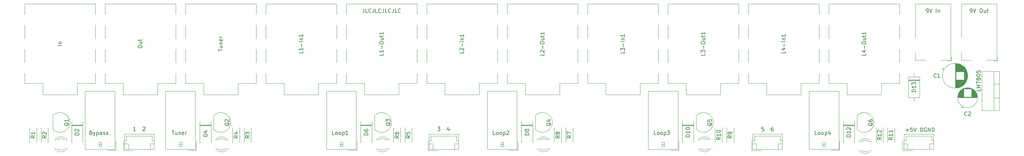
<source format=gbr>
%TF.GenerationSoftware,KiCad,Pcbnew,(6.0.5)*%
%TF.CreationDate,2022-08-04T21:56:24-04:00*%
%TF.ProjectId,effects-switcher,65666665-6374-4732-9d73-776974636865,rev?*%
%TF.SameCoordinates,Original*%
%TF.FileFunction,Legend,Top*%
%TF.FilePolarity,Positive*%
%FSLAX46Y46*%
G04 Gerber Fmt 4.6, Leading zero omitted, Abs format (unit mm)*
G04 Created by KiCad (PCBNEW (6.0.5)) date 2022-08-04 21:56:24*
%MOMM*%
%LPD*%
G01*
G04 APERTURE LIST*
%ADD10C,0.150000*%
%ADD11C,0.120000*%
G04 APERTURE END LIST*
D10*
X30795645Y-33409352D02*
X30224216Y-33409352D01*
X30509930Y-33409352D02*
X30509930Y-32409352D01*
X30414692Y-32552210D01*
X30319454Y-32647448D01*
X30224216Y-32695067D01*
X32700406Y-32504591D02*
X32748026Y-32456972D01*
X32843264Y-32409352D01*
X33081359Y-32409352D01*
X33176597Y-32456972D01*
X33224216Y-32504591D01*
X33271835Y-32599829D01*
X33271835Y-32695067D01*
X33224216Y-32837924D01*
X32652787Y-33409352D01*
X33271835Y-33409352D01*
X109632851Y-32460769D02*
X110251899Y-32460769D01*
X109918565Y-32841722D01*
X110061422Y-32841722D01*
X110156660Y-32889341D01*
X110204280Y-32936960D01*
X110251899Y-33032198D01*
X110251899Y-33270293D01*
X110204280Y-33365531D01*
X110156660Y-33413150D01*
X110061422Y-33460769D01*
X109775708Y-33460769D01*
X109680470Y-33413150D01*
X109632851Y-33365531D01*
X112632851Y-32794103D02*
X112632851Y-33460769D01*
X112394756Y-32413150D02*
X112156660Y-33127436D01*
X112775708Y-33127436D01*
X194765865Y-32527307D02*
X194289674Y-32527307D01*
X194242055Y-33003498D01*
X194289674Y-32955879D01*
X194384912Y-32908260D01*
X194623007Y-32908260D01*
X194718245Y-32955879D01*
X194765865Y-33003498D01*
X194813484Y-33098736D01*
X194813484Y-33336831D01*
X194765865Y-33432069D01*
X194718245Y-33479688D01*
X194623007Y-33527307D01*
X194384912Y-33527307D01*
X194289674Y-33479688D01*
X194242055Y-33432069D01*
X197194436Y-32527307D02*
X197003960Y-32527307D01*
X196908722Y-32574927D01*
X196861103Y-32622546D01*
X196765865Y-32765403D01*
X196718245Y-32955879D01*
X196718245Y-33336831D01*
X196765865Y-33432069D01*
X196813484Y-33479688D01*
X196908722Y-33527307D01*
X197099198Y-33527307D01*
X197194436Y-33479688D01*
X197242055Y-33432069D01*
X197289674Y-33336831D01*
X197289674Y-33098736D01*
X197242055Y-33003498D01*
X197194436Y-32955879D01*
X197099198Y-32908260D01*
X196908722Y-32908260D01*
X196813484Y-32955879D01*
X196765865Y-33003498D01*
X196718245Y-33098736D01*
X248738095Y-2452380D02*
X248928571Y-2452380D01*
X249023809Y-2404761D01*
X249071428Y-2357142D01*
X249166666Y-2214285D01*
X249214285Y-2023809D01*
X249214285Y-1642857D01*
X249166666Y-1547619D01*
X249119047Y-1500000D01*
X249023809Y-1452380D01*
X248833333Y-1452380D01*
X248738095Y-1500000D01*
X248690476Y-1547619D01*
X248642857Y-1642857D01*
X248642857Y-1880952D01*
X248690476Y-1976190D01*
X248738095Y-2023809D01*
X248833333Y-2071428D01*
X249023809Y-2071428D01*
X249119047Y-2023809D01*
X249166666Y-1976190D01*
X249214285Y-1880952D01*
X249500000Y-1452380D02*
X249833333Y-2452380D01*
X250166666Y-1452380D01*
X251452380Y-1452380D02*
X251642857Y-1452380D01*
X251738095Y-1500000D01*
X251833333Y-1595238D01*
X251880952Y-1785714D01*
X251880952Y-2119047D01*
X251833333Y-2309523D01*
X251738095Y-2404761D01*
X251642857Y-2452380D01*
X251452380Y-2452380D01*
X251357142Y-2404761D01*
X251261904Y-2309523D01*
X251214285Y-2119047D01*
X251214285Y-1785714D01*
X251261904Y-1595238D01*
X251357142Y-1500000D01*
X251452380Y-1452380D01*
X252738095Y-1785714D02*
X252738095Y-2452380D01*
X252309523Y-1785714D02*
X252309523Y-2309523D01*
X252357142Y-2404761D01*
X252452380Y-2452380D01*
X252595238Y-2452380D01*
X252690476Y-2404761D01*
X252738095Y-2357142D01*
X253071428Y-1785714D02*
X253452380Y-1785714D01*
X253214285Y-1452380D02*
X253214285Y-2309523D01*
X253261904Y-2404761D01*
X253357142Y-2452380D01*
X253452380Y-2452380D01*
X237309523Y-2452380D02*
X237500000Y-2452380D01*
X237595238Y-2404761D01*
X237642857Y-2357142D01*
X237738095Y-2214285D01*
X237785714Y-2023809D01*
X237785714Y-1642857D01*
X237738095Y-1547619D01*
X237690476Y-1500000D01*
X237595238Y-1452380D01*
X237404761Y-1452380D01*
X237309523Y-1500000D01*
X237261904Y-1547619D01*
X237214285Y-1642857D01*
X237214285Y-1880952D01*
X237261904Y-1976190D01*
X237309523Y-2023809D01*
X237404761Y-2071428D01*
X237595238Y-2071428D01*
X237690476Y-2023809D01*
X237738095Y-1976190D01*
X237785714Y-1880952D01*
X238071428Y-1452380D02*
X238404761Y-2452380D01*
X238738095Y-1452380D01*
X239833333Y-2452380D02*
X239833333Y-1452380D01*
X240309523Y-1785714D02*
X240309523Y-2452380D01*
X240309523Y-1880952D02*
X240357142Y-1833333D01*
X240452380Y-1785714D01*
X240595238Y-1785714D01*
X240690476Y-1833333D01*
X240738095Y-1928571D01*
X240738095Y-2452380D01*
X231886688Y-33267335D02*
X232648593Y-33267335D01*
X232267641Y-33648287D02*
X232267641Y-32886383D01*
X233600974Y-32648287D02*
X233124784Y-32648287D01*
X233077165Y-33124478D01*
X233124784Y-33076859D01*
X233220022Y-33029240D01*
X233458117Y-33029240D01*
X233553355Y-33076859D01*
X233600974Y-33124478D01*
X233648593Y-33219716D01*
X233648593Y-33457811D01*
X233600974Y-33553049D01*
X233553355Y-33600668D01*
X233458117Y-33648287D01*
X233220022Y-33648287D01*
X233124784Y-33600668D01*
X233077165Y-33553049D01*
X233934307Y-32648287D02*
X234267641Y-33648287D01*
X234600974Y-32648287D01*
X235696212Y-33648287D02*
X235696212Y-32648287D01*
X235934307Y-32648287D01*
X236077165Y-32695907D01*
X236172403Y-32791145D01*
X236220022Y-32886383D01*
X236267641Y-33076859D01*
X236267641Y-33219716D01*
X236220022Y-33410192D01*
X236172403Y-33505430D01*
X236077165Y-33600668D01*
X235934307Y-33648287D01*
X235696212Y-33648287D01*
X237220022Y-32695907D02*
X237124784Y-32648287D01*
X236981926Y-32648287D01*
X236839069Y-32695907D01*
X236743831Y-32791145D01*
X236696212Y-32886383D01*
X236648593Y-33076859D01*
X236648593Y-33219716D01*
X236696212Y-33410192D01*
X236743831Y-33505430D01*
X236839069Y-33600668D01*
X236981926Y-33648287D01*
X237077165Y-33648287D01*
X237220022Y-33600668D01*
X237267641Y-33553049D01*
X237267641Y-33219716D01*
X237077165Y-33219716D01*
X237696212Y-33648287D02*
X237696212Y-32648287D01*
X238267641Y-33648287D01*
X238267641Y-32648287D01*
X238743831Y-33648287D02*
X238743831Y-32648287D01*
X238981926Y-32648287D01*
X239124784Y-32695907D01*
X239220022Y-32791145D01*
X239267641Y-32886383D01*
X239315260Y-33076859D01*
X239315260Y-33219716D01*
X239267641Y-33410192D01*
X239220022Y-33505430D01*
X239124784Y-33600668D01*
X238981926Y-33648287D01*
X238743831Y-33648287D01*
X90395952Y-1452380D02*
X90395952Y-2166666D01*
X90348333Y-2309523D01*
X90253095Y-2404761D01*
X90110238Y-2452380D01*
X90015000Y-2452380D01*
X91348333Y-2452380D02*
X90872142Y-2452380D01*
X90872142Y-1452380D01*
X92253095Y-2357142D02*
X92205476Y-2404761D01*
X92062619Y-2452380D01*
X91967380Y-2452380D01*
X91824523Y-2404761D01*
X91729285Y-2309523D01*
X91681666Y-2214285D01*
X91634047Y-2023809D01*
X91634047Y-1880952D01*
X91681666Y-1690476D01*
X91729285Y-1595238D01*
X91824523Y-1500000D01*
X91967380Y-1452380D01*
X92062619Y-1452380D01*
X92205476Y-1500000D01*
X92253095Y-1547619D01*
X92967380Y-1452380D02*
X92967380Y-2166666D01*
X92919761Y-2309523D01*
X92824523Y-2404761D01*
X92681666Y-2452380D01*
X92586428Y-2452380D01*
X93919761Y-2452380D02*
X93443571Y-2452380D01*
X93443571Y-1452380D01*
X94824523Y-2357142D02*
X94776904Y-2404761D01*
X94634047Y-2452380D01*
X94538809Y-2452380D01*
X94395952Y-2404761D01*
X94300714Y-2309523D01*
X94253095Y-2214285D01*
X94205476Y-2023809D01*
X94205476Y-1880952D01*
X94253095Y-1690476D01*
X94300714Y-1595238D01*
X94395952Y-1500000D01*
X94538809Y-1452380D01*
X94634047Y-1452380D01*
X94776904Y-1500000D01*
X94824523Y-1547619D01*
X95538809Y-1452380D02*
X95538809Y-2166666D01*
X95491190Y-2309523D01*
X95395952Y-2404761D01*
X95253095Y-2452380D01*
X95157857Y-2452380D01*
X96491190Y-2452380D02*
X96015000Y-2452380D01*
X96015000Y-1452380D01*
X97395952Y-2357142D02*
X97348333Y-2404761D01*
X97205476Y-2452380D01*
X97110238Y-2452380D01*
X96967380Y-2404761D01*
X96872142Y-2309523D01*
X96824523Y-2214285D01*
X96776904Y-2023809D01*
X96776904Y-1880952D01*
X96824523Y-1690476D01*
X96872142Y-1595238D01*
X96967380Y-1500000D01*
X97110238Y-1452380D01*
X97205476Y-1452380D01*
X97348333Y-1500000D01*
X97395952Y-1547619D01*
X98110238Y-1452380D02*
X98110238Y-2166666D01*
X98062619Y-2309523D01*
X97967380Y-2404761D01*
X97824523Y-2452380D01*
X97729285Y-2452380D01*
X99062619Y-2452380D02*
X98586428Y-2452380D01*
X98586428Y-1452380D01*
X99967380Y-2357142D02*
X99919761Y-2404761D01*
X99776904Y-2452380D01*
X99681666Y-2452380D01*
X99538809Y-2404761D01*
X99443571Y-2309523D01*
X99395952Y-2214285D01*
X99348333Y-2023809D01*
X99348333Y-1880952D01*
X99395952Y-1690476D01*
X99443571Y-1595238D01*
X99538809Y-1500000D01*
X99681666Y-1452380D01*
X99776904Y-1452380D01*
X99919761Y-1500000D01*
X99967380Y-1547619D01*
%TO.C,D13*%
X234467380Y-23214285D02*
X233467380Y-23214285D01*
X233467380Y-22976190D01*
X233515000Y-22833333D01*
X233610238Y-22738095D01*
X233705476Y-22690476D01*
X233895952Y-22642857D01*
X234038809Y-22642857D01*
X234229285Y-22690476D01*
X234324523Y-22738095D01*
X234419761Y-22833333D01*
X234467380Y-22976190D01*
X234467380Y-23214285D01*
X234467380Y-21690476D02*
X234467380Y-22261904D01*
X234467380Y-21976190D02*
X233467380Y-21976190D01*
X233610238Y-22071428D01*
X233705476Y-22166666D01*
X233753095Y-22261904D01*
X233467380Y-21357142D02*
X233467380Y-20738095D01*
X233848333Y-21071428D01*
X233848333Y-20928571D01*
X233895952Y-20833333D01*
X233943571Y-20785714D01*
X234038809Y-20738095D01*
X234276904Y-20738095D01*
X234372142Y-20785714D01*
X234419761Y-20833333D01*
X234467380Y-20928571D01*
X234467380Y-21214285D01*
X234419761Y-21309523D01*
X234372142Y-21357142D01*
%TO.C,R1*%
X4467380Y-34706666D02*
X3991190Y-35040000D01*
X4467380Y-35278095D02*
X3467380Y-35278095D01*
X3467380Y-34897142D01*
X3515000Y-34801904D01*
X3562619Y-34754285D01*
X3657857Y-34706666D01*
X3800714Y-34706666D01*
X3895952Y-34754285D01*
X3943571Y-34801904D01*
X3991190Y-34897142D01*
X3991190Y-35278095D01*
X4467380Y-33754285D02*
X4467380Y-34325714D01*
X4467380Y-34040000D02*
X3467380Y-34040000D01*
X3610238Y-34135238D01*
X3705476Y-34230476D01*
X3753095Y-34325714D01*
%TO.C,L2-In1*%
X116452380Y-12602380D02*
X116452380Y-13078571D01*
X115452380Y-13078571D01*
X115547619Y-12316666D02*
X115500000Y-12269047D01*
X115452380Y-12173809D01*
X115452380Y-11935714D01*
X115500000Y-11840476D01*
X115547619Y-11792857D01*
X115642857Y-11745238D01*
X115738095Y-11745238D01*
X115880952Y-11792857D01*
X116452380Y-12364285D01*
X116452380Y-11745238D01*
X116071428Y-11316666D02*
X116071428Y-10554761D01*
X116452380Y-10078571D02*
X115452380Y-10078571D01*
X115785714Y-9602380D02*
X116452380Y-9602380D01*
X115880952Y-9602380D02*
X115833333Y-9554761D01*
X115785714Y-9459523D01*
X115785714Y-9316666D01*
X115833333Y-9221428D01*
X115928571Y-9173809D01*
X116452380Y-9173809D01*
X116452380Y-8173809D02*
X116452380Y-8745238D01*
X116452380Y-8459523D02*
X115452380Y-8459523D01*
X115595238Y-8554761D01*
X115690476Y-8650000D01*
X115738095Y-8745238D01*
%TO.C,In*%
X11452380Y-11102380D02*
X10452380Y-11102380D01*
X10785714Y-10626190D02*
X11452380Y-10626190D01*
X10880952Y-10626190D02*
X10833333Y-10578571D01*
X10785714Y-10483333D01*
X10785714Y-10340476D01*
X10833333Y-10245238D01*
X10928571Y-10197619D01*
X11452380Y-10197619D01*
%TO.C,D4*%
X49509592Y-34906447D02*
X48509592Y-34906447D01*
X48509592Y-34668352D01*
X48557212Y-34525494D01*
X48652450Y-34430256D01*
X48747688Y-34382637D01*
X48938164Y-34335018D01*
X49081021Y-34335018D01*
X49271497Y-34382637D01*
X49366735Y-34430256D01*
X49461973Y-34525494D01*
X49509592Y-34668352D01*
X49509592Y-34906447D01*
X48842926Y-33477875D02*
X49509592Y-33477875D01*
X48461973Y-33715971D02*
X49176259Y-33954066D01*
X49176259Y-33335018D01*
%TO.C,Q3*%
X97292524Y-31346675D02*
X97244905Y-31441913D01*
X97149666Y-31537151D01*
X97006809Y-31680008D01*
X96959190Y-31775246D01*
X96959190Y-31870484D01*
X97197285Y-31822865D02*
X97149666Y-31918103D01*
X97054428Y-32013341D01*
X96863952Y-32060960D01*
X96530619Y-32060960D01*
X96340143Y-32013341D01*
X96244905Y-31918103D01*
X96197285Y-31822865D01*
X96197285Y-31632389D01*
X96244905Y-31537151D01*
X96340143Y-31441913D01*
X96530619Y-31394294D01*
X96863952Y-31394294D01*
X97054428Y-31441913D01*
X97149666Y-31537151D01*
X97197285Y-31632389D01*
X97197285Y-31822865D01*
X96197285Y-31060960D02*
X96197285Y-30441913D01*
X96578238Y-30775246D01*
X96578238Y-30632389D01*
X96625857Y-30537151D01*
X96673476Y-30489532D01*
X96768714Y-30441913D01*
X97006809Y-30441913D01*
X97102047Y-30489532D01*
X97149666Y-30537151D01*
X97197285Y-30632389D01*
X97197285Y-30918103D01*
X97149666Y-31013341D01*
X97102047Y-31060960D01*
%TO.C,Bypass*%
X19161190Y-33928571D02*
X19304047Y-33976190D01*
X19351666Y-34023809D01*
X19399285Y-34119047D01*
X19399285Y-34261904D01*
X19351666Y-34357142D01*
X19304047Y-34404761D01*
X19208809Y-34452380D01*
X18827857Y-34452380D01*
X18827857Y-33452380D01*
X19161190Y-33452380D01*
X19256428Y-33500000D01*
X19304047Y-33547619D01*
X19351666Y-33642857D01*
X19351666Y-33738095D01*
X19304047Y-33833333D01*
X19256428Y-33880952D01*
X19161190Y-33928571D01*
X18827857Y-33928571D01*
X19732619Y-33785714D02*
X19970714Y-34452380D01*
X20208809Y-33785714D02*
X19970714Y-34452380D01*
X19875476Y-34690476D01*
X19827857Y-34738095D01*
X19732619Y-34785714D01*
X20589761Y-33785714D02*
X20589761Y-34785714D01*
X20589761Y-33833333D02*
X20685000Y-33785714D01*
X20875476Y-33785714D01*
X20970714Y-33833333D01*
X21018333Y-33880952D01*
X21065952Y-33976190D01*
X21065952Y-34261904D01*
X21018333Y-34357142D01*
X20970714Y-34404761D01*
X20875476Y-34452380D01*
X20685000Y-34452380D01*
X20589761Y-34404761D01*
X21923095Y-34452380D02*
X21923095Y-33928571D01*
X21875476Y-33833333D01*
X21780238Y-33785714D01*
X21589761Y-33785714D01*
X21494523Y-33833333D01*
X21923095Y-34404761D02*
X21827857Y-34452380D01*
X21589761Y-34452380D01*
X21494523Y-34404761D01*
X21446904Y-34309523D01*
X21446904Y-34214285D01*
X21494523Y-34119047D01*
X21589761Y-34071428D01*
X21827857Y-34071428D01*
X21923095Y-34023809D01*
X22351666Y-34404761D02*
X22446904Y-34452380D01*
X22637380Y-34452380D01*
X22732619Y-34404761D01*
X22780238Y-34309523D01*
X22780238Y-34261904D01*
X22732619Y-34166666D01*
X22637380Y-34119047D01*
X22494523Y-34119047D01*
X22399285Y-34071428D01*
X22351666Y-33976190D01*
X22351666Y-33928571D01*
X22399285Y-33833333D01*
X22494523Y-33785714D01*
X22637380Y-33785714D01*
X22732619Y-33833333D01*
X23161190Y-34404761D02*
X23256428Y-34452380D01*
X23446904Y-34452380D01*
X23542142Y-34404761D01*
X23589761Y-34309523D01*
X23589761Y-34261904D01*
X23542142Y-34166666D01*
X23446904Y-34119047D01*
X23304047Y-34119047D01*
X23208809Y-34071428D01*
X23161190Y-33976190D01*
X23161190Y-33928571D01*
X23208809Y-33833333D01*
X23304047Y-33785714D01*
X23446904Y-33785714D01*
X23542142Y-33833333D01*
%TO.C,Q4*%
X139203865Y-31365238D02*
X139156246Y-31460476D01*
X139061007Y-31555714D01*
X138918150Y-31698571D01*
X138870531Y-31793809D01*
X138870531Y-31889047D01*
X139108626Y-31841428D02*
X139061007Y-31936666D01*
X138965769Y-32031904D01*
X138775293Y-32079523D01*
X138441960Y-32079523D01*
X138251484Y-32031904D01*
X138156246Y-31936666D01*
X138108626Y-31841428D01*
X138108626Y-31650952D01*
X138156246Y-31555714D01*
X138251484Y-31460476D01*
X138441960Y-31412857D01*
X138775293Y-31412857D01*
X138965769Y-31460476D01*
X139061007Y-31555714D01*
X139108626Y-31650952D01*
X139108626Y-31841428D01*
X138441960Y-30555714D02*
X139108626Y-30555714D01*
X138061007Y-30793809D02*
X138775293Y-31031904D01*
X138775293Y-30412857D01*
%TO.C,R3*%
X60467380Y-34706666D02*
X59991190Y-35040000D01*
X60467380Y-35278095D02*
X59467380Y-35278095D01*
X59467380Y-34897142D01*
X59515000Y-34801904D01*
X59562619Y-34754285D01*
X59657857Y-34706666D01*
X59800714Y-34706666D01*
X59895952Y-34754285D01*
X59943571Y-34801904D01*
X59991190Y-34897142D01*
X59991190Y-35278095D01*
X59467380Y-34373333D02*
X59467380Y-33754285D01*
X59848333Y-34087619D01*
X59848333Y-33944761D01*
X59895952Y-33849523D01*
X59943571Y-33801904D01*
X60038809Y-33754285D01*
X60276904Y-33754285D01*
X60372142Y-33801904D01*
X60419761Y-33849523D01*
X60467380Y-33944761D01*
X60467380Y-34230476D01*
X60419761Y-34325714D01*
X60372142Y-34373333D01*
%TO.C,R9*%
X186467380Y-34706666D02*
X185991190Y-35040000D01*
X186467380Y-35278095D02*
X185467380Y-35278095D01*
X185467380Y-34897142D01*
X185515000Y-34801904D01*
X185562619Y-34754285D01*
X185657857Y-34706666D01*
X185800714Y-34706666D01*
X185895952Y-34754285D01*
X185943571Y-34801904D01*
X185991190Y-34897142D01*
X185991190Y-35278095D01*
X186467380Y-34230476D02*
X186467380Y-34040000D01*
X186419761Y-33944761D01*
X186372142Y-33897142D01*
X186229285Y-33801904D01*
X186038809Y-33754285D01*
X185657857Y-33754285D01*
X185562619Y-33801904D01*
X185515000Y-33849523D01*
X185467380Y-33944761D01*
X185467380Y-34135238D01*
X185515000Y-34230476D01*
X185562619Y-34278095D01*
X185657857Y-34325714D01*
X185895952Y-34325714D01*
X185991190Y-34278095D01*
X186038809Y-34230476D01*
X186086428Y-34135238D01*
X186086428Y-33944761D01*
X186038809Y-33849523D01*
X185991190Y-33801904D01*
X185895952Y-33754285D01*
%TO.C,Q2*%
X55214383Y-31365238D02*
X55166764Y-31460476D01*
X55071525Y-31555714D01*
X54928668Y-31698571D01*
X54881049Y-31793809D01*
X54881049Y-31889047D01*
X55119144Y-31841428D02*
X55071525Y-31936666D01*
X54976287Y-32031904D01*
X54785811Y-32079523D01*
X54452478Y-32079523D01*
X54262002Y-32031904D01*
X54166764Y-31936666D01*
X54119144Y-31841428D01*
X54119144Y-31650952D01*
X54166764Y-31555714D01*
X54262002Y-31460476D01*
X54452478Y-31412857D01*
X54785811Y-31412857D01*
X54976287Y-31460476D01*
X55071525Y-31555714D01*
X55119144Y-31650952D01*
X55119144Y-31841428D01*
X54214383Y-31031904D02*
X54166764Y-30984285D01*
X54119144Y-30889047D01*
X54119144Y-30650952D01*
X54166764Y-30555714D01*
X54214383Y-30508095D01*
X54309621Y-30460476D01*
X54404859Y-30460476D01*
X54547716Y-30508095D01*
X55119144Y-31079523D01*
X55119144Y-30460476D01*
%TO.C,Loop3*%
X166661190Y-34452380D02*
X166185000Y-34452380D01*
X166185000Y-33452380D01*
X167137380Y-34452380D02*
X167042142Y-34404761D01*
X166994523Y-34357142D01*
X166946904Y-34261904D01*
X166946904Y-33976190D01*
X166994523Y-33880952D01*
X167042142Y-33833333D01*
X167137380Y-33785714D01*
X167280238Y-33785714D01*
X167375476Y-33833333D01*
X167423095Y-33880952D01*
X167470714Y-33976190D01*
X167470714Y-34261904D01*
X167423095Y-34357142D01*
X167375476Y-34404761D01*
X167280238Y-34452380D01*
X167137380Y-34452380D01*
X168042142Y-34452380D02*
X167946904Y-34404761D01*
X167899285Y-34357142D01*
X167851666Y-34261904D01*
X167851666Y-33976190D01*
X167899285Y-33880952D01*
X167946904Y-33833333D01*
X168042142Y-33785714D01*
X168185000Y-33785714D01*
X168280238Y-33833333D01*
X168327857Y-33880952D01*
X168375476Y-33976190D01*
X168375476Y-34261904D01*
X168327857Y-34357142D01*
X168280238Y-34404761D01*
X168185000Y-34452380D01*
X168042142Y-34452380D01*
X168804047Y-33785714D02*
X168804047Y-34785714D01*
X168804047Y-33833333D02*
X168899285Y-33785714D01*
X169089761Y-33785714D01*
X169185000Y-33833333D01*
X169232619Y-33880952D01*
X169280238Y-33976190D01*
X169280238Y-34261904D01*
X169232619Y-34357142D01*
X169185000Y-34404761D01*
X169089761Y-34452380D01*
X168899285Y-34452380D01*
X168804047Y-34404761D01*
X169613571Y-33452380D02*
X170232619Y-33452380D01*
X169899285Y-33833333D01*
X170042142Y-33833333D01*
X170137380Y-33880952D01*
X170185000Y-33928571D01*
X170232619Y-34023809D01*
X170232619Y-34261904D01*
X170185000Y-34357142D01*
X170137380Y-34404761D01*
X170042142Y-34452380D01*
X169756428Y-34452380D01*
X169661190Y-34404761D01*
X169613571Y-34357142D01*
%TO.C,R5*%
X102467380Y-34706666D02*
X101991190Y-35040000D01*
X102467380Y-35278095D02*
X101467380Y-35278095D01*
X101467380Y-34897142D01*
X101515000Y-34801904D01*
X101562619Y-34754285D01*
X101657857Y-34706666D01*
X101800714Y-34706666D01*
X101895952Y-34754285D01*
X101943571Y-34801904D01*
X101991190Y-34897142D01*
X101991190Y-35278095D01*
X101467380Y-33801904D02*
X101467380Y-34278095D01*
X101943571Y-34325714D01*
X101895952Y-34278095D01*
X101848333Y-34182857D01*
X101848333Y-33944761D01*
X101895952Y-33849523D01*
X101943571Y-33801904D01*
X102038809Y-33754285D01*
X102276904Y-33754285D01*
X102372142Y-33801904D01*
X102419761Y-33849523D01*
X102467380Y-33944761D01*
X102467380Y-34182857D01*
X102419761Y-34278095D01*
X102372142Y-34325714D01*
%TO.C,C2*%
X247848333Y-29357142D02*
X247800714Y-29404761D01*
X247657857Y-29452380D01*
X247562619Y-29452380D01*
X247419761Y-29404761D01*
X247324523Y-29309523D01*
X247276904Y-29214285D01*
X247229285Y-29023809D01*
X247229285Y-28880952D01*
X247276904Y-28690476D01*
X247324523Y-28595238D01*
X247419761Y-28500000D01*
X247562619Y-28452380D01*
X247657857Y-28452380D01*
X247800714Y-28500000D01*
X247848333Y-28547619D01*
X248229285Y-28547619D02*
X248276904Y-28500000D01*
X248372142Y-28452380D01*
X248610238Y-28452380D01*
X248705476Y-28500000D01*
X248753095Y-28547619D01*
X248800714Y-28642857D01*
X248800714Y-28738095D01*
X248753095Y-28880952D01*
X248181666Y-29452380D01*
X248800714Y-29452380D01*
%TO.C,D12*%
X217467380Y-35024285D02*
X216467380Y-35024285D01*
X216467380Y-34786190D01*
X216515000Y-34643333D01*
X216610238Y-34548095D01*
X216705476Y-34500476D01*
X216895952Y-34452857D01*
X217038809Y-34452857D01*
X217229285Y-34500476D01*
X217324523Y-34548095D01*
X217419761Y-34643333D01*
X217467380Y-34786190D01*
X217467380Y-35024285D01*
X217467380Y-33500476D02*
X217467380Y-34071904D01*
X217467380Y-33786190D02*
X216467380Y-33786190D01*
X216610238Y-33881428D01*
X216705476Y-33976666D01*
X216753095Y-34071904D01*
X216562619Y-33119523D02*
X216515000Y-33071904D01*
X216467380Y-32976666D01*
X216467380Y-32738571D01*
X216515000Y-32643333D01*
X216562619Y-32595714D01*
X216657857Y-32548095D01*
X216753095Y-32548095D01*
X216895952Y-32595714D01*
X217467380Y-33167142D01*
X217467380Y-32548095D01*
%TO.C,Loop1*%
X82661190Y-34452380D02*
X82185000Y-34452380D01*
X82185000Y-33452380D01*
X83137380Y-34452380D02*
X83042142Y-34404761D01*
X82994523Y-34357142D01*
X82946904Y-34261904D01*
X82946904Y-33976190D01*
X82994523Y-33880952D01*
X83042142Y-33833333D01*
X83137380Y-33785714D01*
X83280238Y-33785714D01*
X83375476Y-33833333D01*
X83423095Y-33880952D01*
X83470714Y-33976190D01*
X83470714Y-34261904D01*
X83423095Y-34357142D01*
X83375476Y-34404761D01*
X83280238Y-34452380D01*
X83137380Y-34452380D01*
X84042142Y-34452380D02*
X83946904Y-34404761D01*
X83899285Y-34357142D01*
X83851666Y-34261904D01*
X83851666Y-33976190D01*
X83899285Y-33880952D01*
X83946904Y-33833333D01*
X84042142Y-33785714D01*
X84185000Y-33785714D01*
X84280238Y-33833333D01*
X84327857Y-33880952D01*
X84375476Y-33976190D01*
X84375476Y-34261904D01*
X84327857Y-34357142D01*
X84280238Y-34404761D01*
X84185000Y-34452380D01*
X84042142Y-34452380D01*
X84804047Y-33785714D02*
X84804047Y-34785714D01*
X84804047Y-33833333D02*
X84899285Y-33785714D01*
X85089761Y-33785714D01*
X85185000Y-33833333D01*
X85232619Y-33880952D01*
X85280238Y-33976190D01*
X85280238Y-34261904D01*
X85232619Y-34357142D01*
X85185000Y-34404761D01*
X85089761Y-34452380D01*
X84899285Y-34452380D01*
X84804047Y-34404761D01*
X86232619Y-34452380D02*
X85661190Y-34452380D01*
X85946904Y-34452380D02*
X85946904Y-33452380D01*
X85851666Y-33595238D01*
X85756428Y-33690476D01*
X85661190Y-33738095D01*
%TO.C,R4*%
X57467380Y-34706666D02*
X56991190Y-35040000D01*
X57467380Y-35278095D02*
X56467380Y-35278095D01*
X56467380Y-34897142D01*
X56515000Y-34801904D01*
X56562619Y-34754285D01*
X56657857Y-34706666D01*
X56800714Y-34706666D01*
X56895952Y-34754285D01*
X56943571Y-34801904D01*
X56991190Y-34897142D01*
X56991190Y-35278095D01*
X56800714Y-33849523D02*
X57467380Y-33849523D01*
X56419761Y-34087619D02*
X57134047Y-34325714D01*
X57134047Y-33706666D01*
%TO.C,Q1*%
X13301374Y-31365238D02*
X13253755Y-31460476D01*
X13158516Y-31555714D01*
X13015659Y-31698571D01*
X12968040Y-31793809D01*
X12968040Y-31889047D01*
X13206135Y-31841428D02*
X13158516Y-31936666D01*
X13063278Y-32031904D01*
X12872802Y-32079523D01*
X12539469Y-32079523D01*
X12348993Y-32031904D01*
X12253755Y-31936666D01*
X12206135Y-31841428D01*
X12206135Y-31650952D01*
X12253755Y-31555714D01*
X12348993Y-31460476D01*
X12539469Y-31412857D01*
X12872802Y-31412857D01*
X13063278Y-31460476D01*
X13158516Y-31555714D01*
X13206135Y-31650952D01*
X13206135Y-31841428D01*
X13206135Y-30460476D02*
X13206135Y-31031904D01*
X13206135Y-30746190D02*
X12206135Y-30746190D01*
X12348993Y-30841428D01*
X12444231Y-30936666D01*
X12491850Y-31031904D01*
%TO.C,R10*%
X183467380Y-35182857D02*
X182991190Y-35516190D01*
X183467380Y-35754285D02*
X182467380Y-35754285D01*
X182467380Y-35373333D01*
X182515000Y-35278095D01*
X182562619Y-35230476D01*
X182657857Y-35182857D01*
X182800714Y-35182857D01*
X182895952Y-35230476D01*
X182943571Y-35278095D01*
X182991190Y-35373333D01*
X182991190Y-35754285D01*
X183467380Y-34230476D02*
X183467380Y-34801904D01*
X183467380Y-34516190D02*
X182467380Y-34516190D01*
X182610238Y-34611428D01*
X182705476Y-34706666D01*
X182753095Y-34801904D01*
X182467380Y-33611428D02*
X182467380Y-33516190D01*
X182515000Y-33420952D01*
X182562619Y-33373333D01*
X182657857Y-33325714D01*
X182848333Y-33278095D01*
X183086428Y-33278095D01*
X183276904Y-33325714D01*
X183372142Y-33373333D01*
X183419761Y-33420952D01*
X183467380Y-33516190D01*
X183467380Y-33611428D01*
X183419761Y-33706666D01*
X183372142Y-33754285D01*
X183276904Y-33801904D01*
X183086428Y-33849523D01*
X182848333Y-33849523D01*
X182657857Y-33801904D01*
X182562619Y-33754285D01*
X182515000Y-33706666D01*
X182467380Y-33611428D01*
%TO.C,Loop4*%
X208661190Y-34452380D02*
X208185000Y-34452380D01*
X208185000Y-33452380D01*
X209137380Y-34452380D02*
X209042142Y-34404761D01*
X208994523Y-34357142D01*
X208946904Y-34261904D01*
X208946904Y-33976190D01*
X208994523Y-33880952D01*
X209042142Y-33833333D01*
X209137380Y-33785714D01*
X209280238Y-33785714D01*
X209375476Y-33833333D01*
X209423095Y-33880952D01*
X209470714Y-33976190D01*
X209470714Y-34261904D01*
X209423095Y-34357142D01*
X209375476Y-34404761D01*
X209280238Y-34452380D01*
X209137380Y-34452380D01*
X210042142Y-34452380D02*
X209946904Y-34404761D01*
X209899285Y-34357142D01*
X209851666Y-34261904D01*
X209851666Y-33976190D01*
X209899285Y-33880952D01*
X209946904Y-33833333D01*
X210042142Y-33785714D01*
X210185000Y-33785714D01*
X210280238Y-33833333D01*
X210327857Y-33880952D01*
X210375476Y-33976190D01*
X210375476Y-34261904D01*
X210327857Y-34357142D01*
X210280238Y-34404761D01*
X210185000Y-34452380D01*
X210042142Y-34452380D01*
X210804047Y-33785714D02*
X210804047Y-34785714D01*
X210804047Y-33833333D02*
X210899285Y-33785714D01*
X211089761Y-33785714D01*
X211185000Y-33833333D01*
X211232619Y-33880952D01*
X211280238Y-33976190D01*
X211280238Y-34261904D01*
X211232619Y-34357142D01*
X211185000Y-34404761D01*
X211089761Y-34452380D01*
X210899285Y-34452380D01*
X210804047Y-34404761D01*
X212137380Y-33785714D02*
X212137380Y-34452380D01*
X211899285Y-33404761D02*
X211661190Y-34119047D01*
X212280238Y-34119047D01*
%TO.C,Tuner*%
X52452380Y-12578571D02*
X52452380Y-12007142D01*
X53452380Y-12292857D02*
X52452380Y-12292857D01*
X52785714Y-11245238D02*
X53452380Y-11245238D01*
X52785714Y-11673809D02*
X53309523Y-11673809D01*
X53404761Y-11626190D01*
X53452380Y-11530952D01*
X53452380Y-11388095D01*
X53404761Y-11292857D01*
X53357142Y-11245238D01*
X52785714Y-10769047D02*
X53452380Y-10769047D01*
X52880952Y-10769047D02*
X52833333Y-10721428D01*
X52785714Y-10626190D01*
X52785714Y-10483333D01*
X52833333Y-10388095D01*
X52928571Y-10340476D01*
X53452380Y-10340476D01*
X53404761Y-9483333D02*
X53452380Y-9578571D01*
X53452380Y-9769047D01*
X53404761Y-9864285D01*
X53309523Y-9911904D01*
X52928571Y-9911904D01*
X52833333Y-9864285D01*
X52785714Y-9769047D01*
X52785714Y-9578571D01*
X52833333Y-9483333D01*
X52928571Y-9435714D01*
X53023809Y-9435714D01*
X53119047Y-9911904D01*
X53452380Y-9007142D02*
X52785714Y-9007142D01*
X52976190Y-9007142D02*
X52880952Y-8959523D01*
X52833333Y-8911904D01*
X52785714Y-8816666D01*
X52785714Y-8721428D01*
X40256428Y-33452380D02*
X40827857Y-33452380D01*
X40542142Y-34452380D02*
X40542142Y-33452380D01*
X41589761Y-33785714D02*
X41589761Y-34452380D01*
X41161190Y-33785714D02*
X41161190Y-34309523D01*
X41208809Y-34404761D01*
X41304047Y-34452380D01*
X41446904Y-34452380D01*
X41542142Y-34404761D01*
X41589761Y-34357142D01*
X42065952Y-33785714D02*
X42065952Y-34452380D01*
X42065952Y-33880952D02*
X42113571Y-33833333D01*
X42208809Y-33785714D01*
X42351666Y-33785714D01*
X42446904Y-33833333D01*
X42494523Y-33928571D01*
X42494523Y-34452380D01*
X43351666Y-34404761D02*
X43256428Y-34452380D01*
X43065952Y-34452380D01*
X42970714Y-34404761D01*
X42923095Y-34309523D01*
X42923095Y-33928571D01*
X42970714Y-33833333D01*
X43065952Y-33785714D01*
X43256428Y-33785714D01*
X43351666Y-33833333D01*
X43399285Y-33928571D01*
X43399285Y-34023809D01*
X42923095Y-34119047D01*
X43827857Y-34452380D02*
X43827857Y-33785714D01*
X43827857Y-33976190D02*
X43875476Y-33880952D01*
X43923095Y-33833333D01*
X44018333Y-33785714D01*
X44113571Y-33785714D01*
%TO.C,Q6*%
X223242350Y-31365238D02*
X223194731Y-31460476D01*
X223099492Y-31555714D01*
X222956635Y-31698571D01*
X222909016Y-31793809D01*
X222909016Y-31889047D01*
X223147111Y-31841428D02*
X223099492Y-31936666D01*
X223004254Y-32031904D01*
X222813778Y-32079523D01*
X222480445Y-32079523D01*
X222289969Y-32031904D01*
X222194731Y-31936666D01*
X222147111Y-31841428D01*
X222147111Y-31650952D01*
X222194731Y-31555714D01*
X222289969Y-31460476D01*
X222480445Y-31412857D01*
X222813778Y-31412857D01*
X223004254Y-31460476D01*
X223099492Y-31555714D01*
X223147111Y-31650952D01*
X223147111Y-31841428D01*
X222147111Y-30555714D02*
X222147111Y-30746190D01*
X222194731Y-30841428D01*
X222242350Y-30889047D01*
X222385207Y-30984285D01*
X222575683Y-31031904D01*
X222956635Y-31031904D01*
X223051873Y-30984285D01*
X223099492Y-30936666D01*
X223147111Y-30841428D01*
X223147111Y-30650952D01*
X223099492Y-30555714D01*
X223051873Y-30508095D01*
X222956635Y-30460476D01*
X222718540Y-30460476D01*
X222623302Y-30508095D01*
X222575683Y-30555714D01*
X222528064Y-30650952D01*
X222528064Y-30841428D01*
X222575683Y-30936666D01*
X222623302Y-30984285D01*
X222718540Y-31031904D01*
%TO.C,L2-Out1*%
X137452380Y-13173809D02*
X137452380Y-13650000D01*
X136452380Y-13650000D01*
X136547619Y-12888095D02*
X136500000Y-12840476D01*
X136452380Y-12745238D01*
X136452380Y-12507142D01*
X136500000Y-12411904D01*
X136547619Y-12364285D01*
X136642857Y-12316666D01*
X136738095Y-12316666D01*
X136880952Y-12364285D01*
X137452380Y-12935714D01*
X137452380Y-12316666D01*
X137071428Y-11888095D02*
X137071428Y-11126190D01*
X136452380Y-10459523D02*
X136452380Y-10269047D01*
X136500000Y-10173809D01*
X136595238Y-10078571D01*
X136785714Y-10030952D01*
X137119047Y-10030952D01*
X137309523Y-10078571D01*
X137404761Y-10173809D01*
X137452380Y-10269047D01*
X137452380Y-10459523D01*
X137404761Y-10554761D01*
X137309523Y-10650000D01*
X137119047Y-10697619D01*
X136785714Y-10697619D01*
X136595238Y-10650000D01*
X136500000Y-10554761D01*
X136452380Y-10459523D01*
X136785714Y-9173809D02*
X137452380Y-9173809D01*
X136785714Y-9602380D02*
X137309523Y-9602380D01*
X137404761Y-9554761D01*
X137452380Y-9459523D01*
X137452380Y-9316666D01*
X137404761Y-9221428D01*
X137357142Y-9173809D01*
X136785714Y-8840476D02*
X136785714Y-8459523D01*
X136452380Y-8697619D02*
X137309523Y-8697619D01*
X137404761Y-8650000D01*
X137452380Y-8554761D01*
X137452380Y-8459523D01*
X137452380Y-7602380D02*
X137452380Y-8173809D01*
X137452380Y-7888095D02*
X136452380Y-7888095D01*
X136595238Y-7983333D01*
X136690476Y-8078571D01*
X136738095Y-8173809D01*
%TO.C,L1-In1*%
X74452380Y-12602380D02*
X74452380Y-13078571D01*
X73452380Y-13078571D01*
X74452380Y-11745238D02*
X74452380Y-12316666D01*
X74452380Y-12030952D02*
X73452380Y-12030952D01*
X73595238Y-12126190D01*
X73690476Y-12221428D01*
X73738095Y-12316666D01*
X74071428Y-11316666D02*
X74071428Y-10554761D01*
X74452380Y-10078571D02*
X73452380Y-10078571D01*
X73785714Y-9602380D02*
X74452380Y-9602380D01*
X73880952Y-9602380D02*
X73833333Y-9554761D01*
X73785714Y-9459523D01*
X73785714Y-9316666D01*
X73833333Y-9221428D01*
X73928571Y-9173809D01*
X74452380Y-9173809D01*
X74452380Y-8173809D02*
X74452380Y-8745238D01*
X74452380Y-8459523D02*
X73452380Y-8459523D01*
X73595238Y-8554761D01*
X73690476Y-8650000D01*
X73738095Y-8745238D01*
%TO.C,R8*%
X141467380Y-34706666D02*
X140991190Y-35040000D01*
X141467380Y-35278095D02*
X140467380Y-35278095D01*
X140467380Y-34897142D01*
X140515000Y-34801904D01*
X140562619Y-34754285D01*
X140657857Y-34706666D01*
X140800714Y-34706666D01*
X140895952Y-34754285D01*
X140943571Y-34801904D01*
X140991190Y-34897142D01*
X140991190Y-35278095D01*
X140895952Y-34135238D02*
X140848333Y-34230476D01*
X140800714Y-34278095D01*
X140705476Y-34325714D01*
X140657857Y-34325714D01*
X140562619Y-34278095D01*
X140515000Y-34230476D01*
X140467380Y-34135238D01*
X140467380Y-33944761D01*
X140515000Y-33849523D01*
X140562619Y-33801904D01*
X140657857Y-33754285D01*
X140705476Y-33754285D01*
X140800714Y-33801904D01*
X140848333Y-33849523D01*
X140895952Y-33944761D01*
X140895952Y-34135238D01*
X140943571Y-34230476D01*
X140991190Y-34278095D01*
X141086428Y-34325714D01*
X141276904Y-34325714D01*
X141372142Y-34278095D01*
X141419761Y-34230476D01*
X141467380Y-34135238D01*
X141467380Y-33944761D01*
X141419761Y-33849523D01*
X141372142Y-33801904D01*
X141276904Y-33754285D01*
X141086428Y-33754285D01*
X140991190Y-33801904D01*
X140943571Y-33849523D01*
X140895952Y-33944761D01*
%TO.C,R11*%
X228467380Y-35182857D02*
X227991190Y-35516190D01*
X228467380Y-35754285D02*
X227467380Y-35754285D01*
X227467380Y-35373333D01*
X227515000Y-35278095D01*
X227562619Y-35230476D01*
X227657857Y-35182857D01*
X227800714Y-35182857D01*
X227895952Y-35230476D01*
X227943571Y-35278095D01*
X227991190Y-35373333D01*
X227991190Y-35754285D01*
X228467380Y-34230476D02*
X228467380Y-34801904D01*
X228467380Y-34516190D02*
X227467380Y-34516190D01*
X227610238Y-34611428D01*
X227705476Y-34706666D01*
X227753095Y-34801904D01*
X228467380Y-33278095D02*
X228467380Y-33849523D01*
X228467380Y-33563809D02*
X227467380Y-33563809D01*
X227610238Y-33659047D01*
X227705476Y-33754285D01*
X227753095Y-33849523D01*
%TO.C,L1-Out1*%
X95452380Y-13173809D02*
X95452380Y-13650000D01*
X94452380Y-13650000D01*
X95452380Y-12316666D02*
X95452380Y-12888095D01*
X95452380Y-12602380D02*
X94452380Y-12602380D01*
X94595238Y-12697619D01*
X94690476Y-12792857D01*
X94738095Y-12888095D01*
X95071428Y-11888095D02*
X95071428Y-11126190D01*
X94452380Y-10459523D02*
X94452380Y-10269047D01*
X94500000Y-10173809D01*
X94595238Y-10078571D01*
X94785714Y-10030952D01*
X95119047Y-10030952D01*
X95309523Y-10078571D01*
X95404761Y-10173809D01*
X95452380Y-10269047D01*
X95452380Y-10459523D01*
X95404761Y-10554761D01*
X95309523Y-10650000D01*
X95119047Y-10697619D01*
X94785714Y-10697619D01*
X94595238Y-10650000D01*
X94500000Y-10554761D01*
X94452380Y-10459523D01*
X94785714Y-9173809D02*
X95452380Y-9173809D01*
X94785714Y-9602380D02*
X95309523Y-9602380D01*
X95404761Y-9554761D01*
X95452380Y-9459523D01*
X95452380Y-9316666D01*
X95404761Y-9221428D01*
X95357142Y-9173809D01*
X94785714Y-8840476D02*
X94785714Y-8459523D01*
X94452380Y-8697619D02*
X95309523Y-8697619D01*
X95404761Y-8650000D01*
X95452380Y-8554761D01*
X95452380Y-8459523D01*
X95452380Y-7602380D02*
X95452380Y-8173809D01*
X95452380Y-7888095D02*
X94452380Y-7888095D01*
X94595238Y-7983333D01*
X94690476Y-8078571D01*
X94738095Y-8173809D01*
%TO.C,D10*%
X175467380Y-35024285D02*
X174467380Y-35024285D01*
X174467380Y-34786190D01*
X174515000Y-34643333D01*
X174610238Y-34548095D01*
X174705476Y-34500476D01*
X174895952Y-34452857D01*
X175038809Y-34452857D01*
X175229285Y-34500476D01*
X175324523Y-34548095D01*
X175419761Y-34643333D01*
X175467380Y-34786190D01*
X175467380Y-35024285D01*
X175467380Y-33500476D02*
X175467380Y-34071904D01*
X175467380Y-33786190D02*
X174467380Y-33786190D01*
X174610238Y-33881428D01*
X174705476Y-33976666D01*
X174753095Y-34071904D01*
X174467380Y-32881428D02*
X174467380Y-32786190D01*
X174515000Y-32690952D01*
X174562619Y-32643333D01*
X174657857Y-32595714D01*
X174848333Y-32548095D01*
X175086428Y-32548095D01*
X175276904Y-32595714D01*
X175372142Y-32643333D01*
X175419761Y-32690952D01*
X175467380Y-32786190D01*
X175467380Y-32881428D01*
X175419761Y-32976666D01*
X175372142Y-33024285D01*
X175276904Y-33071904D01*
X175086428Y-33119523D01*
X174848333Y-33119523D01*
X174657857Y-33071904D01*
X174562619Y-33024285D01*
X174515000Y-32976666D01*
X174467380Y-32881428D01*
%TO.C,L3-Out1*%
X179452380Y-13173809D02*
X179452380Y-13650000D01*
X178452380Y-13650000D01*
X178452380Y-12935714D02*
X178452380Y-12316666D01*
X178833333Y-12650000D01*
X178833333Y-12507142D01*
X178880952Y-12411904D01*
X178928571Y-12364285D01*
X179023809Y-12316666D01*
X179261904Y-12316666D01*
X179357142Y-12364285D01*
X179404761Y-12411904D01*
X179452380Y-12507142D01*
X179452380Y-12792857D01*
X179404761Y-12888095D01*
X179357142Y-12935714D01*
X179071428Y-11888095D02*
X179071428Y-11126190D01*
X178452380Y-10459523D02*
X178452380Y-10269047D01*
X178500000Y-10173809D01*
X178595238Y-10078571D01*
X178785714Y-10030952D01*
X179119047Y-10030952D01*
X179309523Y-10078571D01*
X179404761Y-10173809D01*
X179452380Y-10269047D01*
X179452380Y-10459523D01*
X179404761Y-10554761D01*
X179309523Y-10650000D01*
X179119047Y-10697619D01*
X178785714Y-10697619D01*
X178595238Y-10650000D01*
X178500000Y-10554761D01*
X178452380Y-10459523D01*
X178785714Y-9173809D02*
X179452380Y-9173809D01*
X178785714Y-9602380D02*
X179309523Y-9602380D01*
X179404761Y-9554761D01*
X179452380Y-9459523D01*
X179452380Y-9316666D01*
X179404761Y-9221428D01*
X179357142Y-9173809D01*
X178785714Y-8840476D02*
X178785714Y-8459523D01*
X178452380Y-8697619D02*
X179309523Y-8697619D01*
X179404761Y-8650000D01*
X179452380Y-8554761D01*
X179452380Y-8459523D01*
X179452380Y-7602380D02*
X179452380Y-8173809D01*
X179452380Y-7888095D02*
X178452380Y-7888095D01*
X178595238Y-7983333D01*
X178690476Y-8078571D01*
X178738095Y-8173809D01*
%TO.C,D2*%
X15967380Y-34548095D02*
X14967380Y-34548095D01*
X14967380Y-34310000D01*
X15015000Y-34167142D01*
X15110238Y-34071904D01*
X15205476Y-34024285D01*
X15395952Y-33976666D01*
X15538809Y-33976666D01*
X15729285Y-34024285D01*
X15824523Y-34071904D01*
X15919761Y-34167142D01*
X15967380Y-34310000D01*
X15967380Y-34548095D01*
X15062619Y-33595714D02*
X15015000Y-33548095D01*
X14967380Y-33452857D01*
X14967380Y-33214761D01*
X15015000Y-33119523D01*
X15062619Y-33071904D01*
X15157857Y-33024285D01*
X15253095Y-33024285D01*
X15395952Y-33071904D01*
X15967380Y-33643333D01*
X15967380Y-33024285D01*
%TO.C,L4-In1*%
X200452380Y-12602380D02*
X200452380Y-13078571D01*
X199452380Y-13078571D01*
X199785714Y-11840476D02*
X200452380Y-11840476D01*
X199404761Y-12078571D02*
X200119047Y-12316666D01*
X200119047Y-11697619D01*
X200071428Y-11316666D02*
X200071428Y-10554761D01*
X200452380Y-10078571D02*
X199452380Y-10078571D01*
X199785714Y-9602380D02*
X200452380Y-9602380D01*
X199880952Y-9602380D02*
X199833333Y-9554761D01*
X199785714Y-9459523D01*
X199785714Y-9316666D01*
X199833333Y-9221428D01*
X199928571Y-9173809D01*
X200452380Y-9173809D01*
X200452380Y-8173809D02*
X200452380Y-8745238D01*
X200452380Y-8459523D02*
X199452380Y-8459523D01*
X199595238Y-8554761D01*
X199690476Y-8650000D01*
X199738095Y-8745238D01*
%TO.C,U1*%
X251365702Y-22517962D02*
X251365702Y-22994153D01*
X250365702Y-22994153D01*
X251365702Y-22184629D02*
X250365702Y-22184629D01*
X251079988Y-21851296D01*
X250365702Y-21517962D01*
X251365702Y-21517962D01*
X250365702Y-21137010D02*
X250365702Y-20470343D01*
X251365702Y-20898915D01*
X250794274Y-19946534D02*
X250746655Y-20041772D01*
X250699036Y-20089391D01*
X250603798Y-20137010D01*
X250556179Y-20137010D01*
X250460941Y-20089391D01*
X250413322Y-20041772D01*
X250365702Y-19946534D01*
X250365702Y-19756057D01*
X250413322Y-19660819D01*
X250460941Y-19613200D01*
X250556179Y-19565581D01*
X250603798Y-19565581D01*
X250699036Y-19613200D01*
X250746655Y-19660819D01*
X250794274Y-19756057D01*
X250794274Y-19946534D01*
X250841893Y-20041772D01*
X250889512Y-20089391D01*
X250984750Y-20137010D01*
X251175226Y-20137010D01*
X251270464Y-20089391D01*
X251318083Y-20041772D01*
X251365702Y-19946534D01*
X251365702Y-19756057D01*
X251318083Y-19660819D01*
X251270464Y-19613200D01*
X251175226Y-19565581D01*
X250984750Y-19565581D01*
X250889512Y-19613200D01*
X250841893Y-19660819D01*
X250794274Y-19756057D01*
X250365702Y-18946534D02*
X250365702Y-18851296D01*
X250413322Y-18756057D01*
X250460941Y-18708438D01*
X250556179Y-18660819D01*
X250746655Y-18613200D01*
X250984750Y-18613200D01*
X251175226Y-18660819D01*
X251270464Y-18708438D01*
X251318083Y-18756057D01*
X251365702Y-18851296D01*
X251365702Y-18946534D01*
X251318083Y-19041772D01*
X251270464Y-19089391D01*
X251175226Y-19137010D01*
X250984750Y-19184629D01*
X250746655Y-19184629D01*
X250556179Y-19137010D01*
X250460941Y-19089391D01*
X250413322Y-19041772D01*
X250365702Y-18946534D01*
X250365702Y-17708438D02*
X250365702Y-18184629D01*
X250841893Y-18232248D01*
X250794274Y-18184629D01*
X250746655Y-18089391D01*
X250746655Y-17851296D01*
X250794274Y-17756057D01*
X250841893Y-17708438D01*
X250937131Y-17660819D01*
X251175226Y-17660819D01*
X251270464Y-17708438D01*
X251318083Y-17756057D01*
X251365702Y-17851296D01*
X251365702Y-18089391D01*
X251318083Y-18184629D01*
X251270464Y-18232248D01*
%TO.C,R7*%
X144467380Y-34706666D02*
X143991190Y-35040000D01*
X144467380Y-35278095D02*
X143467380Y-35278095D01*
X143467380Y-34897142D01*
X143515000Y-34801904D01*
X143562619Y-34754285D01*
X143657857Y-34706666D01*
X143800714Y-34706666D01*
X143895952Y-34754285D01*
X143943571Y-34801904D01*
X143991190Y-34897142D01*
X143991190Y-35278095D01*
X143467380Y-34373333D02*
X143467380Y-33706666D01*
X144467380Y-34135238D01*
%TO.C,L4-Out1*%
X221452380Y-13173809D02*
X221452380Y-13650000D01*
X220452380Y-13650000D01*
X220785714Y-12411904D02*
X221452380Y-12411904D01*
X220404761Y-12650000D02*
X221119047Y-12888095D01*
X221119047Y-12269047D01*
X221071428Y-11888095D02*
X221071428Y-11126190D01*
X220452380Y-10459523D02*
X220452380Y-10269047D01*
X220500000Y-10173809D01*
X220595238Y-10078571D01*
X220785714Y-10030952D01*
X221119047Y-10030952D01*
X221309523Y-10078571D01*
X221404761Y-10173809D01*
X221452380Y-10269047D01*
X221452380Y-10459523D01*
X221404761Y-10554761D01*
X221309523Y-10650000D01*
X221119047Y-10697619D01*
X220785714Y-10697619D01*
X220595238Y-10650000D01*
X220500000Y-10554761D01*
X220452380Y-10459523D01*
X220785714Y-9173809D02*
X221452380Y-9173809D01*
X220785714Y-9602380D02*
X221309523Y-9602380D01*
X221404761Y-9554761D01*
X221452380Y-9459523D01*
X221452380Y-9316666D01*
X221404761Y-9221428D01*
X221357142Y-9173809D01*
X220785714Y-8840476D02*
X220785714Y-8459523D01*
X220452380Y-8697619D02*
X221309523Y-8697619D01*
X221404761Y-8650000D01*
X221452380Y-8554761D01*
X221452380Y-8459523D01*
X221452380Y-7602380D02*
X221452380Y-8173809D01*
X221452380Y-7888095D02*
X220452380Y-7888095D01*
X220595238Y-7983333D01*
X220690476Y-8078571D01*
X220738095Y-8173809D01*
%TO.C,C1*%
X239848333Y-19357142D02*
X239800714Y-19404761D01*
X239657857Y-19452380D01*
X239562619Y-19452380D01*
X239419761Y-19404761D01*
X239324523Y-19309523D01*
X239276904Y-19214285D01*
X239229285Y-19023809D01*
X239229285Y-18880952D01*
X239276904Y-18690476D01*
X239324523Y-18595238D01*
X239419761Y-18500000D01*
X239562619Y-18452380D01*
X239657857Y-18452380D01*
X239800714Y-18500000D01*
X239848333Y-18547619D01*
X240800714Y-19452380D02*
X240229285Y-19452380D01*
X240515000Y-19452380D02*
X240515000Y-18452380D01*
X240419761Y-18595238D01*
X240324523Y-18690476D01*
X240229285Y-18738095D01*
%TO.C,Loop2*%
X124661190Y-34452380D02*
X124185000Y-34452380D01*
X124185000Y-33452380D01*
X125137380Y-34452380D02*
X125042142Y-34404761D01*
X124994523Y-34357142D01*
X124946904Y-34261904D01*
X124946904Y-33976190D01*
X124994523Y-33880952D01*
X125042142Y-33833333D01*
X125137380Y-33785714D01*
X125280238Y-33785714D01*
X125375476Y-33833333D01*
X125423095Y-33880952D01*
X125470714Y-33976190D01*
X125470714Y-34261904D01*
X125423095Y-34357142D01*
X125375476Y-34404761D01*
X125280238Y-34452380D01*
X125137380Y-34452380D01*
X126042142Y-34452380D02*
X125946904Y-34404761D01*
X125899285Y-34357142D01*
X125851666Y-34261904D01*
X125851666Y-33976190D01*
X125899285Y-33880952D01*
X125946904Y-33833333D01*
X126042142Y-33785714D01*
X126185000Y-33785714D01*
X126280238Y-33833333D01*
X126327857Y-33880952D01*
X126375476Y-33976190D01*
X126375476Y-34261904D01*
X126327857Y-34357142D01*
X126280238Y-34404761D01*
X126185000Y-34452380D01*
X126042142Y-34452380D01*
X126804047Y-33785714D02*
X126804047Y-34785714D01*
X126804047Y-33833333D02*
X126899285Y-33785714D01*
X127089761Y-33785714D01*
X127185000Y-33833333D01*
X127232619Y-33880952D01*
X127280238Y-33976190D01*
X127280238Y-34261904D01*
X127232619Y-34357142D01*
X127185000Y-34404761D01*
X127089761Y-34452380D01*
X126899285Y-34452380D01*
X126804047Y-34404761D01*
X127661190Y-33547619D02*
X127708809Y-33500000D01*
X127804047Y-33452380D01*
X128042142Y-33452380D01*
X128137380Y-33500000D01*
X128185000Y-33547619D01*
X128232619Y-33642857D01*
X128232619Y-33738095D01*
X128185000Y-33880952D01*
X127613571Y-34452380D01*
X128232619Y-34452380D01*
%TO.C,R2*%
X7451921Y-34706666D02*
X6975731Y-35040000D01*
X7451921Y-35278095D02*
X6451921Y-35278095D01*
X6451921Y-34897142D01*
X6499541Y-34801904D01*
X6547160Y-34754285D01*
X6642398Y-34706666D01*
X6785255Y-34706666D01*
X6880493Y-34754285D01*
X6928112Y-34801904D01*
X6975731Y-34897142D01*
X6975731Y-35278095D01*
X6547160Y-34325714D02*
X6499541Y-34278095D01*
X6451921Y-34182857D01*
X6451921Y-33944761D01*
X6499541Y-33849523D01*
X6547160Y-33801904D01*
X6642398Y-33754285D01*
X6737636Y-33754285D01*
X6880493Y-33801904D01*
X7451921Y-34373333D01*
X7451921Y-33754285D01*
%TO.C,L3-In1*%
X158452380Y-12602380D02*
X158452380Y-13078571D01*
X157452380Y-13078571D01*
X157452380Y-12364285D02*
X157452380Y-11745238D01*
X157833333Y-12078571D01*
X157833333Y-11935714D01*
X157880952Y-11840476D01*
X157928571Y-11792857D01*
X158023809Y-11745238D01*
X158261904Y-11745238D01*
X158357142Y-11792857D01*
X158404761Y-11840476D01*
X158452380Y-11935714D01*
X158452380Y-12221428D01*
X158404761Y-12316666D01*
X158357142Y-12364285D01*
X158071428Y-11316666D02*
X158071428Y-10554761D01*
X158452380Y-10078571D02*
X157452380Y-10078571D01*
X157785714Y-9602380D02*
X158452380Y-9602380D01*
X157880952Y-9602380D02*
X157833333Y-9554761D01*
X157785714Y-9459523D01*
X157785714Y-9316666D01*
X157833333Y-9221428D01*
X157928571Y-9173809D01*
X158452380Y-9173809D01*
X158452380Y-8173809D02*
X158452380Y-8745238D01*
X158452380Y-8459523D02*
X157452380Y-8459523D01*
X157595238Y-8554761D01*
X157690476Y-8650000D01*
X157738095Y-8745238D01*
%TO.C,D8*%
X133467380Y-34548095D02*
X132467380Y-34548095D01*
X132467380Y-34310000D01*
X132515000Y-34167142D01*
X132610238Y-34071904D01*
X132705476Y-34024285D01*
X132895952Y-33976666D01*
X133038809Y-33976666D01*
X133229285Y-34024285D01*
X133324523Y-34071904D01*
X133419761Y-34167142D01*
X133467380Y-34310000D01*
X133467380Y-34548095D01*
X132895952Y-33405238D02*
X132848333Y-33500476D01*
X132800714Y-33548095D01*
X132705476Y-33595714D01*
X132657857Y-33595714D01*
X132562619Y-33548095D01*
X132515000Y-33500476D01*
X132467380Y-33405238D01*
X132467380Y-33214761D01*
X132515000Y-33119523D01*
X132562619Y-33071904D01*
X132657857Y-33024285D01*
X132705476Y-33024285D01*
X132800714Y-33071904D01*
X132848333Y-33119523D01*
X132895952Y-33214761D01*
X132895952Y-33405238D01*
X132943571Y-33500476D01*
X132991190Y-33548095D01*
X133086428Y-33595714D01*
X133276904Y-33595714D01*
X133372142Y-33548095D01*
X133419761Y-33500476D01*
X133467380Y-33405238D01*
X133467380Y-33214761D01*
X133419761Y-33119523D01*
X133372142Y-33071904D01*
X133276904Y-33024285D01*
X133086428Y-33024285D01*
X132991190Y-33071904D01*
X132943571Y-33119523D01*
X132895952Y-33214761D01*
%TO.C,D6*%
X91467380Y-34548095D02*
X90467380Y-34548095D01*
X90467380Y-34310000D01*
X90515000Y-34167142D01*
X90610238Y-34071904D01*
X90705476Y-34024285D01*
X90895952Y-33976666D01*
X91038809Y-33976666D01*
X91229285Y-34024285D01*
X91324523Y-34071904D01*
X91419761Y-34167142D01*
X91467380Y-34310000D01*
X91467380Y-34548095D01*
X90467380Y-33119523D02*
X90467380Y-33310000D01*
X90515000Y-33405238D01*
X90562619Y-33452857D01*
X90705476Y-33548095D01*
X90895952Y-33595714D01*
X91276904Y-33595714D01*
X91372142Y-33548095D01*
X91419761Y-33500476D01*
X91467380Y-33405238D01*
X91467380Y-33214761D01*
X91419761Y-33119523D01*
X91372142Y-33071904D01*
X91276904Y-33024285D01*
X91038809Y-33024285D01*
X90943571Y-33071904D01*
X90895952Y-33119523D01*
X90848333Y-33214761D01*
X90848333Y-33405238D01*
X90895952Y-33500476D01*
X90943571Y-33548095D01*
X91038809Y-33595714D01*
%TO.C,R6*%
X99467380Y-34706666D02*
X98991190Y-35040000D01*
X99467380Y-35278095D02*
X98467380Y-35278095D01*
X98467380Y-34897142D01*
X98515000Y-34801904D01*
X98562619Y-34754285D01*
X98657857Y-34706666D01*
X98800714Y-34706666D01*
X98895952Y-34754285D01*
X98943571Y-34801904D01*
X98991190Y-34897142D01*
X98991190Y-35278095D01*
X98467380Y-33849523D02*
X98467380Y-34040000D01*
X98515000Y-34135238D01*
X98562619Y-34182857D01*
X98705476Y-34278095D01*
X98895952Y-34325714D01*
X99276904Y-34325714D01*
X99372142Y-34278095D01*
X99419761Y-34230476D01*
X99467380Y-34135238D01*
X99467380Y-33944761D01*
X99419761Y-33849523D01*
X99372142Y-33801904D01*
X99276904Y-33754285D01*
X99038809Y-33754285D01*
X98943571Y-33801904D01*
X98895952Y-33849523D01*
X98848333Y-33944761D01*
X98848333Y-34135238D01*
X98895952Y-34230476D01*
X98943571Y-34278095D01*
X99038809Y-34325714D01*
%TO.C,Q5*%
X181246615Y-31365238D02*
X181198996Y-31460476D01*
X181103757Y-31555714D01*
X180960900Y-31698571D01*
X180913281Y-31793809D01*
X180913281Y-31889047D01*
X181151376Y-31841428D02*
X181103757Y-31936666D01*
X181008519Y-32031904D01*
X180818043Y-32079523D01*
X180484710Y-32079523D01*
X180294234Y-32031904D01*
X180198996Y-31936666D01*
X180151376Y-31841428D01*
X180151376Y-31650952D01*
X180198996Y-31555714D01*
X180294234Y-31460476D01*
X180484710Y-31412857D01*
X180818043Y-31412857D01*
X181008519Y-31460476D01*
X181103757Y-31555714D01*
X181151376Y-31650952D01*
X181151376Y-31841428D01*
X180151376Y-30508095D02*
X180151376Y-30984285D01*
X180627567Y-31031904D01*
X180579948Y-30984285D01*
X180532329Y-30889047D01*
X180532329Y-30650952D01*
X180579948Y-30555714D01*
X180627567Y-30508095D01*
X180722805Y-30460476D01*
X180960900Y-30460476D01*
X181056138Y-30508095D01*
X181103757Y-30555714D01*
X181151376Y-30650952D01*
X181151376Y-30889047D01*
X181103757Y-30984285D01*
X181056138Y-31031904D01*
%TO.C,Out*%
X31452380Y-11483333D02*
X31452380Y-11292857D01*
X31500000Y-11197619D01*
X31595238Y-11102380D01*
X31785714Y-11054761D01*
X32119047Y-11054761D01*
X32309523Y-11102380D01*
X32404761Y-11197619D01*
X32452380Y-11292857D01*
X32452380Y-11483333D01*
X32404761Y-11578571D01*
X32309523Y-11673809D01*
X32119047Y-11721428D01*
X31785714Y-11721428D01*
X31595238Y-11673809D01*
X31500000Y-11578571D01*
X31452380Y-11483333D01*
X31785714Y-10197619D02*
X32452380Y-10197619D01*
X31785714Y-10626190D02*
X32309523Y-10626190D01*
X32404761Y-10578571D01*
X32452380Y-10483333D01*
X32452380Y-10340476D01*
X32404761Y-10245238D01*
X32357142Y-10197619D01*
X31785714Y-9864285D02*
X31785714Y-9483333D01*
X31452380Y-9721428D02*
X32309523Y-9721428D01*
X32404761Y-9673809D01*
X32452380Y-9578571D01*
X32452380Y-9483333D01*
%TO.C,R12*%
X225467380Y-35182857D02*
X224991190Y-35516190D01*
X225467380Y-35754285D02*
X224467380Y-35754285D01*
X224467380Y-35373333D01*
X224515000Y-35278095D01*
X224562619Y-35230476D01*
X224657857Y-35182857D01*
X224800714Y-35182857D01*
X224895952Y-35230476D01*
X224943571Y-35278095D01*
X224991190Y-35373333D01*
X224991190Y-35754285D01*
X225467380Y-34230476D02*
X225467380Y-34801904D01*
X225467380Y-34516190D02*
X224467380Y-34516190D01*
X224610238Y-34611428D01*
X224705476Y-34706666D01*
X224753095Y-34801904D01*
X224562619Y-33849523D02*
X224515000Y-33801904D01*
X224467380Y-33706666D01*
X224467380Y-33468571D01*
X224515000Y-33373333D01*
X224562619Y-33325714D01*
X224657857Y-33278095D01*
X224753095Y-33278095D01*
X224895952Y-33325714D01*
X225467380Y-33897142D01*
X225467380Y-33278095D01*
D11*
%TO.C,D13*%
X235485000Y-24720000D02*
X235485000Y-19280000D01*
X235485000Y-20060000D02*
X232545000Y-20060000D01*
X232545000Y-19280000D02*
X232545000Y-24720000D01*
X232545000Y-24720000D02*
X235485000Y-24720000D01*
X235485000Y-20180000D02*
X232545000Y-20180000D01*
X234015000Y-18260000D02*
X234015000Y-19280000D01*
X234015000Y-25740000D02*
X234015000Y-24720000D01*
X235485000Y-19280000D02*
X232545000Y-19280000D01*
X235485000Y-20300000D02*
X232545000Y-20300000D01*
%TO.C,D9*%
X177725000Y-35764000D02*
X177725000Y-35920000D01*
X177725000Y-38080000D02*
X177725000Y-38236000D01*
X180326130Y-35920163D02*
G75*
G03*
X178244039Y-35920000I-1041130J-1079837D01*
G01*
X178244039Y-38080000D02*
G75*
G03*
X180326130Y-38079837I1040961J1080000D01*
G01*
X180957335Y-35921392D02*
G75*
G03*
X177725000Y-35764484I-1672335J-1078608D01*
G01*
X177725000Y-38235516D02*
G75*
G03*
X180957335Y-38078608I1560000J1235516D01*
G01*
%TO.C,R1*%
X4935000Y-32620000D02*
X4935000Y-36460000D01*
X3095000Y-32620000D02*
X3095000Y-36460000D01*
%TO.C,JDC1*%
X234372500Y-9000000D02*
X234372500Y-200000D01*
X243572500Y-14900000D02*
X240972500Y-14900000D01*
X234372500Y-200000D02*
X243572500Y-200000D01*
X242722500Y-15100000D02*
X243772500Y-15100000D01*
X243572500Y-200000D02*
X243572500Y-14900000D01*
X237072500Y-14900000D02*
X234372500Y-14900000D01*
X234372500Y-14900000D02*
X234372500Y-13000000D01*
X243772500Y-14050000D02*
X243772500Y-15100000D01*
%TO.C,L2-In1*%
X125235000Y-180000D02*
X125235000Y-2900000D01*
X125235000Y-18400000D02*
X125235000Y-21030000D01*
X106795000Y-15600000D02*
X106795000Y-12000000D01*
X106795000Y-9300000D02*
X106795000Y-5700000D01*
X106795000Y-21030000D02*
X106795000Y-18400000D01*
X125235000Y-12000000D02*
X125235000Y-15600000D01*
X120485000Y-23950000D02*
X120485000Y-21030000D01*
X111545000Y-23950000D02*
X111545000Y-21030000D01*
X125235000Y-5700000D02*
X125235000Y-9300000D01*
X125235000Y-21030000D02*
X120485000Y-21030000D01*
X106795000Y-180000D02*
X106795000Y-2900000D01*
X125235000Y-180000D02*
X106795000Y-180000D01*
X120445000Y-23950000D02*
X111545000Y-23950000D01*
X111545000Y-21030000D02*
X106795000Y-21030000D01*
%TO.C,In*%
X1795000Y-180000D02*
X1795000Y-2900000D01*
X15445000Y-23950000D02*
X6545000Y-23950000D01*
X6545000Y-21030000D02*
X1795000Y-21030000D01*
X1795000Y-21030000D02*
X1795000Y-18400000D01*
X1795000Y-9300000D02*
X1795000Y-5700000D01*
X20235000Y-12000000D02*
X20235000Y-15600000D01*
X20235000Y-5700000D02*
X20235000Y-9300000D01*
X20235000Y-180000D02*
X20235000Y-2900000D01*
X20235000Y-18400000D02*
X20235000Y-21030000D01*
X1795000Y-15600000D02*
X1795000Y-12000000D01*
X20235000Y-21030000D02*
X15485000Y-21030000D01*
X15485000Y-23950000D02*
X15485000Y-21030000D01*
X20235000Y-180000D02*
X1795000Y-180000D01*
X6545000Y-23950000D02*
X6545000Y-21030000D01*
%TO.C,D4*%
X50355000Y-31090000D02*
X50485000Y-31090000D01*
X47545000Y-31090000D02*
X47545000Y-36530000D01*
X50485000Y-31090000D02*
X50485000Y-36530000D01*
X50485000Y-31870000D02*
X47545000Y-31870000D01*
X47675000Y-31090000D02*
X47545000Y-31090000D01*
X50485000Y-32110000D02*
X47545000Y-32110000D01*
X50485000Y-31990000D02*
X47545000Y-31990000D01*
X47545000Y-36530000D02*
X47675000Y-36530000D01*
X50485000Y-36530000D02*
X50355000Y-36530000D01*
%TO.C,Q3*%
X93165000Y-29470000D02*
X93165000Y-33070000D01*
X97615001Y-31270000D02*
G75*
G03*
X93176522Y-29431522I-2600001J0D01*
G01*
X93176522Y-33108478D02*
G75*
G03*
X97615000Y-31270000I1838478J1838478D01*
G01*
%TO.C,Bypass*%
X21885000Y-36800000D02*
X21185000Y-37200000D01*
X17585000Y-38290000D02*
X25365000Y-38290000D01*
X17585000Y-38290000D02*
X17585000Y-23010000D01*
X25585000Y-36170000D02*
X25585000Y-38510000D01*
X25365000Y-38270000D02*
X25365000Y-23010000D01*
X21885000Y-37600000D02*
X21885000Y-36400000D01*
X21185000Y-37600000D02*
X21885000Y-37600000D01*
X17585000Y-23010000D02*
X25365000Y-23010000D01*
X25585000Y-38510000D02*
X23395000Y-38510000D01*
X21185000Y-36400000D02*
X21185000Y-37600000D01*
X21885000Y-36400000D02*
X21185000Y-36400000D01*
%TO.C,Q4*%
X135165000Y-29470000D02*
X135165000Y-33070000D01*
X135176522Y-33108478D02*
G75*
G03*
X139615000Y-31270000I1838478J1838478D01*
G01*
X139615001Y-31270000D02*
G75*
G03*
X135176522Y-29431522I-2600001J0D01*
G01*
%TO.C,J4*%
X231390000Y-36810000D02*
X232390000Y-36810000D01*
X231390000Y-34290000D02*
X231390000Y-38310000D01*
X239110000Y-34290000D02*
X231390000Y-34290000D01*
X232390000Y-36810000D02*
X232390000Y-38310000D01*
X231090000Y-38610000D02*
X233590000Y-38610000D01*
X239110000Y-36810000D02*
X238110000Y-36810000D01*
X238110000Y-36810000D02*
X238110000Y-38310000D01*
X231390000Y-36000000D02*
X231890000Y-36000000D01*
X238610000Y-36000000D02*
X239110000Y-36000000D01*
X239110000Y-38310000D02*
X239110000Y-34290000D01*
X231390000Y-38310000D02*
X239110000Y-38310000D01*
X231890000Y-34790000D02*
X238610000Y-34790000D01*
X231090000Y-36110000D02*
X231090000Y-38610000D01*
X231890000Y-36000000D02*
X231890000Y-34790000D01*
X238610000Y-34790000D02*
X238610000Y-36000000D01*
%TO.C,R3*%
X59095000Y-32620000D02*
X59095000Y-36460000D01*
X60935000Y-32620000D02*
X60935000Y-36460000D01*
%TO.C,R9*%
X185095000Y-32620000D02*
X185095000Y-36460000D01*
X186935000Y-32620000D02*
X186935000Y-36460000D01*
%TO.C,Q2*%
X51165000Y-29470000D02*
X51165000Y-33070000D01*
X55615001Y-31270000D02*
G75*
G03*
X51176522Y-29431522I-2600001J0D01*
G01*
X51176522Y-33108478D02*
G75*
G03*
X55615000Y-31270000I1838478J1838478D01*
G01*
%TO.C,Loop3*%
X164585000Y-23010000D02*
X172365000Y-23010000D01*
X168185000Y-36400000D02*
X168185000Y-37600000D01*
X168185000Y-37600000D02*
X168885000Y-37600000D01*
X164585000Y-38290000D02*
X164585000Y-23010000D01*
X172585000Y-36170000D02*
X172585000Y-38510000D01*
X164585000Y-38290000D02*
X172365000Y-38290000D01*
X168885000Y-36400000D02*
X168185000Y-36400000D01*
X168885000Y-36800000D02*
X168185000Y-37200000D01*
X168885000Y-37600000D02*
X168885000Y-36400000D01*
X172365000Y-38270000D02*
X172365000Y-23010000D01*
X172585000Y-38510000D02*
X170395000Y-38510000D01*
%TO.C,R5*%
X101095000Y-32620000D02*
X101095000Y-36460000D01*
X102935000Y-32620000D02*
X102935000Y-36460000D01*
%TO.C,C2*%
X249055000Y-22549000D02*
X249398000Y-22549000D01*
X245980000Y-23149000D02*
X246975000Y-23149000D01*
X245893000Y-23269000D02*
X246975000Y-23269000D01*
X249055000Y-23509000D02*
X250283000Y-23509000D01*
X249055000Y-22669000D02*
X249569000Y-22669000D01*
X245514000Y-24110000D02*
X246975000Y-24110000D01*
X249055000Y-23189000D02*
X250080000Y-23189000D01*
X249055000Y-23949000D02*
X250470000Y-23949000D01*
X249055000Y-23709000D02*
X250380000Y-23709000D01*
X249055000Y-23389000D02*
X250215000Y-23389000D01*
X245768000Y-23469000D02*
X246975000Y-23469000D01*
X249055000Y-23309000D02*
X250164000Y-23309000D01*
X245436000Y-24670000D02*
X250594000Y-24670000D01*
X249055000Y-24110000D02*
X250516000Y-24110000D01*
X245495000Y-24190000D02*
X246975000Y-24190000D01*
X249055000Y-24430000D02*
X250576000Y-24430000D01*
X249055000Y-24350000D02*
X250565000Y-24350000D01*
X249055000Y-22829000D02*
X249758000Y-22829000D01*
X245435000Y-24710000D02*
X250595000Y-24710000D01*
X245535000Y-24029000D02*
X246975000Y-24029000D01*
X249055000Y-23109000D02*
X250019000Y-23109000D01*
X249055000Y-24029000D02*
X250495000Y-24029000D01*
X245686000Y-23629000D02*
X246975000Y-23629000D01*
X246461000Y-22669000D02*
X246975000Y-22669000D01*
X246151000Y-22949000D02*
X246975000Y-22949000D01*
X246114000Y-22989000D02*
X246975000Y-22989000D01*
X245633000Y-23749000D02*
X246975000Y-23749000D01*
X247731000Y-22149000D02*
X248299000Y-22149000D01*
X246572000Y-22589000D02*
X246975000Y-22589000D01*
X245454000Y-24430000D02*
X246975000Y-24430000D01*
X249055000Y-23469000D02*
X250262000Y-23469000D01*
X249055000Y-23669000D02*
X250363000Y-23669000D01*
X249055000Y-22709000D02*
X249620000Y-22709000D01*
X249055000Y-22789000D02*
X249714000Y-22789000D01*
X246362000Y-22749000D02*
X246975000Y-22749000D01*
X245920000Y-23229000D02*
X246975000Y-23229000D01*
X245459000Y-24390000D02*
X246975000Y-24390000D01*
X249055000Y-22869000D02*
X249800000Y-22869000D01*
X245747000Y-23509000D02*
X246975000Y-23509000D01*
X246632000Y-22549000D02*
X246975000Y-22549000D01*
X245479000Y-24270000D02*
X246975000Y-24270000D01*
X246078000Y-23029000D02*
X246975000Y-23029000D01*
X249055000Y-23029000D02*
X249952000Y-23029000D01*
X246515000Y-22629000D02*
X246975000Y-22629000D01*
X245815000Y-23389000D02*
X246975000Y-23389000D01*
X249055000Y-24150000D02*
X250526000Y-24150000D01*
X245840000Y-23349000D02*
X246975000Y-23349000D01*
X249055000Y-22949000D02*
X249879000Y-22949000D01*
X247100000Y-22309000D02*
X248930000Y-22309000D01*
X245705000Y-23589000D02*
X246975000Y-23589000D01*
X249055000Y-24190000D02*
X250535000Y-24190000D01*
X249055000Y-22989000D02*
X249916000Y-22989000D01*
X246837000Y-22429000D02*
X249193000Y-22429000D01*
X245587000Y-23869000D02*
X246975000Y-23869000D01*
X245573000Y-23909000D02*
X246975000Y-23909000D01*
X245617000Y-23789000D02*
X246975000Y-23789000D01*
X249055000Y-22629000D02*
X249515000Y-22629000D01*
X245560000Y-23949000D02*
X246975000Y-23949000D01*
X245601000Y-23829000D02*
X246975000Y-23829000D01*
X246917000Y-22389000D02*
X249113000Y-22389000D01*
X245435000Y-24750000D02*
X250595000Y-24750000D01*
X249055000Y-23629000D02*
X250344000Y-23629000D01*
X249055000Y-24310000D02*
X250558000Y-24310000D01*
X249055000Y-24470000D02*
X250580000Y-24470000D01*
X249055000Y-24070000D02*
X250506000Y-24070000D01*
X247210000Y-22269000D02*
X248820000Y-22269000D01*
X246764000Y-22469000D02*
X246975000Y-22469000D01*
X249055000Y-23549000D02*
X250305000Y-23549000D01*
X249055000Y-23229000D02*
X250110000Y-23229000D01*
X245472000Y-24310000D02*
X246975000Y-24310000D01*
X245442000Y-24550000D02*
X250588000Y-24550000D01*
X249055000Y-23269000D02*
X250137000Y-23269000D01*
X245650000Y-23709000D02*
X246975000Y-23709000D01*
X247004000Y-22349000D02*
X249026000Y-22349000D01*
X249055000Y-23829000D02*
X250429000Y-23829000D01*
X245524000Y-24070000D02*
X246975000Y-24070000D01*
X246290000Y-27304775D02*
X246790000Y-27304775D01*
X249055000Y-24230000D02*
X250543000Y-24230000D01*
X246316000Y-22789000D02*
X246975000Y-22789000D01*
X245950000Y-23189000D02*
X246975000Y-23189000D01*
X249055000Y-24270000D02*
X250551000Y-24270000D01*
X249055000Y-22589000D02*
X249458000Y-22589000D01*
X245450000Y-24470000D02*
X246975000Y-24470000D01*
X249055000Y-23149000D02*
X250050000Y-23149000D01*
X249055000Y-22909000D02*
X249841000Y-22909000D01*
X245465000Y-24350000D02*
X246975000Y-24350000D01*
X245504000Y-24150000D02*
X246975000Y-24150000D01*
X249055000Y-23349000D02*
X250190000Y-23349000D01*
X245446000Y-24510000D02*
X246975000Y-24510000D01*
X246272000Y-22829000D02*
X246975000Y-22829000D01*
X246410000Y-22709000D02*
X246975000Y-22709000D01*
X249055000Y-23429000D02*
X250239000Y-23429000D01*
X246696000Y-22509000D02*
X246975000Y-22509000D01*
X249055000Y-24390000D02*
X250571000Y-24390000D01*
X246044000Y-23069000D02*
X246975000Y-23069000D01*
X247338000Y-22229000D02*
X248692000Y-22229000D01*
X245866000Y-23309000D02*
X246975000Y-23309000D01*
X249055000Y-23909000D02*
X250457000Y-23909000D01*
X246230000Y-22869000D02*
X246975000Y-22869000D01*
X249055000Y-23789000D02*
X250413000Y-23789000D01*
X249055000Y-22509000D02*
X249334000Y-22509000D01*
X249055000Y-24510000D02*
X250584000Y-24510000D01*
X249055000Y-22469000D02*
X249266000Y-22469000D01*
X245487000Y-24230000D02*
X246975000Y-24230000D01*
X249055000Y-23869000D02*
X250443000Y-23869000D01*
X249055000Y-23589000D02*
X250325000Y-23589000D01*
X246011000Y-23109000D02*
X246975000Y-23109000D01*
X249055000Y-23069000D02*
X249986000Y-23069000D01*
X249055000Y-22749000D02*
X249668000Y-22749000D01*
X245439000Y-24590000D02*
X250591000Y-24590000D01*
X246189000Y-22909000D02*
X246975000Y-22909000D01*
X246540000Y-27554775D02*
X246540000Y-27054775D01*
X245791000Y-23429000D02*
X246975000Y-23429000D01*
X247497000Y-22189000D02*
X248533000Y-22189000D01*
X245667000Y-23669000D02*
X246975000Y-23669000D01*
X245547000Y-23989000D02*
X246975000Y-23989000D01*
X249055000Y-23989000D02*
X250483000Y-23989000D01*
X245725000Y-23549000D02*
X246975000Y-23549000D01*
X245437000Y-24630000D02*
X250593000Y-24630000D01*
X249055000Y-23749000D02*
X250397000Y-23749000D01*
X250635000Y-24750000D02*
G75*
G03*
X250635000Y-24750000I-2620000J0D01*
G01*
%TO.C,D12*%
X215545000Y-36530000D02*
X215675000Y-36530000D01*
X215675000Y-31090000D02*
X215545000Y-31090000D01*
X215545000Y-31090000D02*
X215545000Y-36530000D01*
X218485000Y-31090000D02*
X218485000Y-36530000D01*
X218355000Y-31090000D02*
X218485000Y-31090000D01*
X218485000Y-36530000D02*
X218355000Y-36530000D01*
X218485000Y-31990000D02*
X215545000Y-31990000D01*
X218485000Y-31870000D02*
X215545000Y-31870000D01*
X218485000Y-32110000D02*
X215545000Y-32110000D01*
%TO.C,Loop1*%
X80585000Y-38290000D02*
X80585000Y-23010000D01*
X84885000Y-36400000D02*
X84185000Y-36400000D01*
X88585000Y-38510000D02*
X86395000Y-38510000D01*
X84185000Y-37600000D02*
X84885000Y-37600000D01*
X84885000Y-36800000D02*
X84185000Y-37200000D01*
X84885000Y-37600000D02*
X84885000Y-36400000D01*
X88585000Y-36170000D02*
X88585000Y-38510000D01*
X80585000Y-38290000D02*
X88365000Y-38290000D01*
X88365000Y-38270000D02*
X88365000Y-23010000D01*
X80585000Y-23010000D02*
X88365000Y-23010000D01*
X84185000Y-36400000D02*
X84185000Y-37600000D01*
%TO.C,R4*%
X56095000Y-32620000D02*
X56095000Y-36460000D01*
X57935000Y-32620000D02*
X57935000Y-36460000D01*
%TO.C,Q1*%
X13615001Y-31270000D02*
G75*
G03*
X9176522Y-29431522I-2600001J0D01*
G01*
X9176522Y-33108478D02*
G75*
G03*
X13615000Y-31270000I1838478J1838478D01*
G01*
X9165000Y-29470000D02*
X9165000Y-33070000D01*
%TO.C,R10*%
X182095000Y-32620000D02*
X182095000Y-36460000D01*
X183935000Y-32620000D02*
X183935000Y-36460000D01*
%TO.C,Loop4*%
X210885000Y-37600000D02*
X210885000Y-36400000D01*
X214365000Y-38270000D02*
X214365000Y-23010000D01*
X210885000Y-36400000D02*
X210185000Y-36400000D01*
X206585000Y-38290000D02*
X206585000Y-23010000D01*
X210185000Y-37600000D02*
X210885000Y-37600000D01*
X214585000Y-38510000D02*
X212395000Y-38510000D01*
X206585000Y-23010000D02*
X214365000Y-23010000D01*
X214585000Y-36170000D02*
X214585000Y-38510000D01*
X210185000Y-36400000D02*
X210185000Y-37600000D01*
X206585000Y-38290000D02*
X214365000Y-38290000D01*
X210885000Y-36800000D02*
X210185000Y-37200000D01*
%TO.C,Tuner*%
X48545000Y-23950000D02*
X48545000Y-21030000D01*
X62235000Y-180000D02*
X43795000Y-180000D01*
X57485000Y-23950000D02*
X57485000Y-21030000D01*
X62235000Y-18400000D02*
X62235000Y-21030000D01*
X62235000Y-5700000D02*
X62235000Y-9300000D01*
X43795000Y-9300000D02*
X43795000Y-5700000D01*
X62235000Y-180000D02*
X62235000Y-2900000D01*
X43795000Y-15600000D02*
X43795000Y-12000000D01*
X43795000Y-21030000D02*
X43795000Y-18400000D01*
X57445000Y-23950000D02*
X48545000Y-23950000D01*
X62235000Y-21030000D02*
X57485000Y-21030000D01*
X62235000Y-12000000D02*
X62235000Y-15600000D01*
X48545000Y-21030000D02*
X43795000Y-21030000D01*
X43795000Y-180000D02*
X43795000Y-2900000D01*
X38585000Y-38290000D02*
X46365000Y-38290000D01*
X46585000Y-36170000D02*
X46585000Y-38510000D01*
X38585000Y-38290000D02*
X38585000Y-23010000D01*
X38585000Y-23010000D02*
X46365000Y-23010000D01*
X42885000Y-37600000D02*
X42885000Y-36400000D01*
X42185000Y-37600000D02*
X42885000Y-37600000D01*
X46585000Y-38510000D02*
X44395000Y-38510000D01*
X42185000Y-36400000D02*
X42185000Y-37600000D01*
X42885000Y-36400000D02*
X42185000Y-36400000D01*
X42885000Y-36800000D02*
X42185000Y-37200000D01*
X46365000Y-38270000D02*
X46365000Y-23010000D01*
%TO.C,Q6*%
X219165000Y-29470000D02*
X219165000Y-33070000D01*
X223615001Y-31270000D02*
G75*
G03*
X219176522Y-29431522I-2600001J0D01*
G01*
X219176522Y-33108478D02*
G75*
G03*
X223615000Y-31270000I1838478J1838478D01*
G01*
%TO.C,L2-Out1*%
X146235000Y-180000D02*
X127795000Y-180000D01*
X132545000Y-21030000D02*
X127795000Y-21030000D01*
X146235000Y-18400000D02*
X146235000Y-21030000D01*
X141485000Y-23950000D02*
X141485000Y-21030000D01*
X127795000Y-15600000D02*
X127795000Y-12000000D01*
X146235000Y-21030000D02*
X141485000Y-21030000D01*
X146235000Y-5700000D02*
X146235000Y-9300000D01*
X141445000Y-23950000D02*
X132545000Y-23950000D01*
X146235000Y-180000D02*
X146235000Y-2900000D01*
X132545000Y-23950000D02*
X132545000Y-21030000D01*
X127795000Y-180000D02*
X127795000Y-2900000D01*
X127795000Y-9300000D02*
X127795000Y-5700000D01*
X146235000Y-12000000D02*
X146235000Y-15600000D01*
X127795000Y-21030000D02*
X127795000Y-18400000D01*
%TO.C,L1-In1*%
X64795000Y-21030000D02*
X64795000Y-18400000D01*
X64795000Y-180000D02*
X64795000Y-2900000D01*
X78485000Y-23950000D02*
X78485000Y-21030000D01*
X64795000Y-15600000D02*
X64795000Y-12000000D01*
X83235000Y-18400000D02*
X83235000Y-21030000D01*
X69545000Y-21030000D02*
X64795000Y-21030000D01*
X83235000Y-5700000D02*
X83235000Y-9300000D01*
X78445000Y-23950000D02*
X69545000Y-23950000D01*
X83235000Y-180000D02*
X64795000Y-180000D01*
X83235000Y-21030000D02*
X78485000Y-21030000D01*
X83235000Y-180000D02*
X83235000Y-2900000D01*
X69545000Y-23950000D02*
X69545000Y-21030000D01*
X64795000Y-9300000D02*
X64795000Y-5700000D01*
X83235000Y-12000000D02*
X83235000Y-15600000D01*
%TO.C,R8*%
X140095000Y-32620000D02*
X140095000Y-36460000D01*
X141935000Y-32620000D02*
X141935000Y-36460000D01*
%TO.C,R11*%
X227095000Y-32620000D02*
X227095000Y-36460000D01*
X228935000Y-32620000D02*
X228935000Y-36460000D01*
%TO.C,J56*%
X192390000Y-34790000D02*
X199110000Y-34790000D01*
X191890000Y-36000000D02*
X192390000Y-36000000D01*
X199610000Y-38310000D02*
X199610000Y-34290000D01*
X191590000Y-36110000D02*
X191590000Y-38610000D01*
X191890000Y-38310000D02*
X199610000Y-38310000D01*
X199110000Y-34790000D02*
X199110000Y-36000000D01*
X199610000Y-36810000D02*
X198610000Y-36810000D01*
X192890000Y-36810000D02*
X192890000Y-38310000D01*
X199610000Y-34290000D02*
X191890000Y-34290000D01*
X199110000Y-36000000D02*
X199610000Y-36000000D01*
X192390000Y-36000000D02*
X192390000Y-34790000D01*
X198610000Y-36810000D02*
X198610000Y-38310000D01*
X191890000Y-34290000D02*
X191890000Y-38310000D01*
X191590000Y-38610000D02*
X194090000Y-38610000D01*
X191890000Y-36810000D02*
X192890000Y-36810000D01*
%TO.C,L1-Out1*%
X104235000Y-5700000D02*
X104235000Y-9300000D01*
X104235000Y-180000D02*
X104235000Y-2900000D01*
X85795000Y-180000D02*
X85795000Y-2900000D01*
X85795000Y-15600000D02*
X85795000Y-12000000D01*
X90545000Y-21030000D02*
X85795000Y-21030000D01*
X99485000Y-23950000D02*
X99485000Y-21030000D01*
X85795000Y-21030000D02*
X85795000Y-18400000D01*
X104235000Y-21030000D02*
X99485000Y-21030000D01*
X99445000Y-23950000D02*
X90545000Y-23950000D01*
X85795000Y-9300000D02*
X85795000Y-5700000D01*
X104235000Y-18400000D02*
X104235000Y-21030000D01*
X104235000Y-12000000D02*
X104235000Y-15600000D01*
X90545000Y-23950000D02*
X90545000Y-21030000D01*
X104235000Y-180000D02*
X85795000Y-180000D01*
%TO.C,D10*%
X176485000Y-36530000D02*
X176355000Y-36530000D01*
X176485000Y-31990000D02*
X173545000Y-31990000D01*
X173675000Y-31090000D02*
X173545000Y-31090000D01*
X176485000Y-32110000D02*
X173545000Y-32110000D01*
X176485000Y-31870000D02*
X173545000Y-31870000D01*
X173545000Y-36530000D02*
X173675000Y-36530000D01*
X176355000Y-31090000D02*
X176485000Y-31090000D01*
X176485000Y-31090000D02*
X176485000Y-36530000D01*
X173545000Y-31090000D02*
X173545000Y-36530000D01*
%TO.C,L3-Out1*%
X183485000Y-23950000D02*
X183485000Y-21030000D01*
X188235000Y-5700000D02*
X188235000Y-9300000D01*
X169795000Y-180000D02*
X169795000Y-2900000D01*
X169795000Y-21030000D02*
X169795000Y-18400000D01*
X174545000Y-23950000D02*
X174545000Y-21030000D01*
X174545000Y-21030000D02*
X169795000Y-21030000D01*
X169795000Y-9300000D02*
X169795000Y-5700000D01*
X183445000Y-23950000D02*
X174545000Y-23950000D01*
X188235000Y-18400000D02*
X188235000Y-21030000D01*
X188235000Y-21030000D02*
X183485000Y-21030000D01*
X188235000Y-180000D02*
X188235000Y-2900000D01*
X188235000Y-180000D02*
X169795000Y-180000D01*
X188235000Y-12000000D02*
X188235000Y-15600000D01*
X169795000Y-15600000D02*
X169795000Y-12000000D01*
%TO.C,D2*%
X16985000Y-31870000D02*
X14045000Y-31870000D01*
X16985000Y-32110000D02*
X14045000Y-32110000D01*
X16855000Y-31090000D02*
X16985000Y-31090000D01*
X16985000Y-36530000D02*
X16855000Y-36530000D01*
X14045000Y-31090000D02*
X14045000Y-36530000D01*
X14045000Y-36530000D02*
X14175000Y-36530000D01*
X14175000Y-31090000D02*
X14045000Y-31090000D01*
X16985000Y-31990000D02*
X14045000Y-31990000D01*
X16985000Y-31090000D02*
X16985000Y-36530000D01*
%TO.C,L4-In1*%
X204485000Y-23950000D02*
X204485000Y-21030000D01*
X209235000Y-18400000D02*
X209235000Y-21030000D01*
X209235000Y-180000D02*
X209235000Y-2900000D01*
X190795000Y-15600000D02*
X190795000Y-12000000D01*
X209235000Y-21030000D02*
X204485000Y-21030000D01*
X190795000Y-21030000D02*
X190795000Y-18400000D01*
X195545000Y-23950000D02*
X195545000Y-21030000D01*
X190795000Y-9300000D02*
X190795000Y-5700000D01*
X209235000Y-12000000D02*
X209235000Y-15600000D01*
X204445000Y-23950000D02*
X195545000Y-23950000D01*
X195545000Y-21030000D02*
X190795000Y-21030000D01*
X190795000Y-180000D02*
X190795000Y-2900000D01*
X209235000Y-5700000D02*
X209235000Y-9300000D01*
X209235000Y-180000D02*
X190795000Y-180000D01*
%TO.C,U1*%
X256340000Y-28120000D02*
X251699000Y-28120000D01*
X256340000Y-17880000D02*
X251699000Y-17880000D01*
X251699000Y-17880000D02*
X251699000Y-28120000D01*
X256340000Y-17880000D02*
X256340000Y-28120000D01*
X256340000Y-21150000D02*
X254830000Y-21150000D01*
X254830000Y-17880000D02*
X254830000Y-28120000D01*
X256340000Y-24851000D02*
X254830000Y-24851000D01*
%TO.C,R7*%
X143095000Y-32620000D02*
X143095000Y-36460000D01*
X144935000Y-32620000D02*
X144935000Y-36460000D01*
%TO.C,L4-Out1*%
X230235000Y-180000D02*
X230235000Y-2900000D01*
X211795000Y-9300000D02*
X211795000Y-5700000D01*
X230235000Y-18400000D02*
X230235000Y-21030000D01*
X230235000Y-21030000D02*
X225485000Y-21030000D01*
X211795000Y-180000D02*
X211795000Y-2900000D01*
X230235000Y-12000000D02*
X230235000Y-15600000D01*
X225445000Y-23950000D02*
X216545000Y-23950000D01*
X211795000Y-15600000D02*
X211795000Y-12000000D01*
X216545000Y-23950000D02*
X216545000Y-21030000D01*
X230235000Y-5700000D02*
X230235000Y-9300000D01*
X211795000Y-21030000D02*
X211795000Y-18400000D01*
X216545000Y-21030000D02*
X211795000Y-21030000D01*
X225485000Y-23950000D02*
X225485000Y-21030000D01*
X230235000Y-180000D02*
X211795000Y-180000D01*
%TO.C,D3*%
X51725000Y-35764000D02*
X51725000Y-35920000D01*
X51725000Y-38080000D02*
X51725000Y-38236000D01*
X54326130Y-35920163D02*
G75*
G03*
X52244039Y-35920000I-1041130J-1079837D01*
G01*
X52244039Y-38080000D02*
G75*
G03*
X54326130Y-38079837I1040961J1080000D01*
G01*
X51725000Y-38235516D02*
G75*
G03*
X54957335Y-38078608I1560000J1235516D01*
G01*
X54957335Y-35921392D02*
G75*
G03*
X51725000Y-35764484I-1672335J-1078608D01*
G01*
%TO.C,J34*%
X107390000Y-38310000D02*
X115110000Y-38310000D01*
X107090000Y-36110000D02*
X107090000Y-38610000D01*
X107390000Y-36000000D02*
X107890000Y-36000000D01*
X108390000Y-36810000D02*
X108390000Y-38310000D01*
X107390000Y-36810000D02*
X108390000Y-36810000D01*
X115110000Y-38310000D02*
X115110000Y-34290000D01*
X107890000Y-34790000D02*
X114610000Y-34790000D01*
X114610000Y-36000000D02*
X115110000Y-36000000D01*
X107890000Y-36000000D02*
X107890000Y-34790000D01*
X114110000Y-36810000D02*
X114110000Y-38310000D01*
X115110000Y-36810000D02*
X114110000Y-36810000D01*
X114610000Y-34790000D02*
X114610000Y-36000000D01*
X115110000Y-34290000D02*
X107390000Y-34290000D01*
X107390000Y-34290000D02*
X107390000Y-38310000D01*
X107090000Y-38610000D02*
X109590000Y-38610000D01*
%TO.C,JDC2*%
X246415000Y-200000D02*
X255615000Y-200000D01*
X255615000Y-14900000D02*
X253015000Y-14900000D01*
X255615000Y-200000D02*
X255615000Y-14900000D01*
X246415000Y-9000000D02*
X246415000Y-200000D01*
X249115000Y-14900000D02*
X246415000Y-14900000D01*
X246415000Y-14900000D02*
X246415000Y-13000000D01*
X254765000Y-15100000D02*
X255815000Y-15100000D01*
X255815000Y-14050000D02*
X255815000Y-15100000D01*
%TO.C,C1*%
X245285000Y-15811000D02*
X245285000Y-17960000D01*
X247086000Y-16735000D02*
X247086000Y-21265000D01*
X245005000Y-15778000D02*
X245005000Y-17960000D01*
X246726000Y-16422000D02*
X246726000Y-17960000D01*
X246326000Y-16166000D02*
X246326000Y-17960000D01*
X246006000Y-20040000D02*
X246006000Y-21986000D01*
X246766000Y-16452000D02*
X246766000Y-17960000D01*
X247126000Y-16776000D02*
X247126000Y-21224000D01*
X246846000Y-20040000D02*
X246846000Y-21484000D01*
X246526000Y-16284000D02*
X246526000Y-17960000D01*
X247846000Y-17941000D02*
X247846000Y-20059000D01*
X245526000Y-20040000D02*
X245526000Y-22141000D01*
X245846000Y-15953000D02*
X245846000Y-17960000D01*
X247246000Y-16908000D02*
X247246000Y-21092000D01*
X247006000Y-20040000D02*
X247006000Y-21343000D01*
X246806000Y-20040000D02*
X246806000Y-21516000D01*
X247406000Y-17110000D02*
X247406000Y-20890000D01*
X245285000Y-20040000D02*
X245285000Y-22189000D01*
X244845000Y-15770000D02*
X244845000Y-22230000D01*
X246366000Y-20040000D02*
X246366000Y-21812000D01*
X247046000Y-20040000D02*
X247046000Y-21305000D01*
X245245000Y-20040000D02*
X245245000Y-22195000D01*
X246686000Y-20040000D02*
X246686000Y-21607000D01*
X247806000Y-17835000D02*
X247806000Y-20165000D01*
X247006000Y-16657000D02*
X247006000Y-17960000D01*
X245045000Y-20040000D02*
X245045000Y-22218000D01*
X245125000Y-20040000D02*
X245125000Y-22211000D01*
X245125000Y-15789000D02*
X245125000Y-17960000D01*
X246166000Y-20040000D02*
X246166000Y-21916000D01*
X246006000Y-16014000D02*
X246006000Y-17960000D01*
X246086000Y-16048000D02*
X246086000Y-17960000D01*
X246126000Y-20040000D02*
X246126000Y-21934000D01*
X245085000Y-20040000D02*
X245085000Y-22215000D01*
X246206000Y-20040000D02*
X246206000Y-21896000D01*
X245966000Y-15998000D02*
X245966000Y-17960000D01*
X245726000Y-15914000D02*
X245726000Y-17960000D01*
X247526000Y-17286000D02*
X247526000Y-20714000D01*
X246446000Y-16234000D02*
X246446000Y-17960000D01*
X247686000Y-17568000D02*
X247686000Y-20432000D01*
X246246000Y-16124000D02*
X246246000Y-17960000D01*
X247446000Y-17166000D02*
X247446000Y-20834000D01*
X245165000Y-15794000D02*
X245165000Y-17960000D01*
X247046000Y-16695000D02*
X247046000Y-17960000D01*
X245926000Y-20040000D02*
X245926000Y-22018000D01*
X246646000Y-16364000D02*
X246646000Y-17960000D01*
X246806000Y-16484000D02*
X246806000Y-17960000D01*
X246206000Y-16104000D02*
X246206000Y-17960000D01*
X246286000Y-16144000D02*
X246286000Y-17960000D01*
X245445000Y-15841000D02*
X245445000Y-17960000D01*
X247286000Y-16956000D02*
X247286000Y-21044000D01*
X245365000Y-20040000D02*
X245365000Y-22175000D01*
X247766000Y-17738000D02*
X247766000Y-20262000D01*
X245566000Y-20040000D02*
X245566000Y-22131000D01*
X245606000Y-15879000D02*
X245606000Y-17960000D01*
X245365000Y-15825000D02*
X245365000Y-17960000D01*
X248006000Y-18598000D02*
X248006000Y-19402000D01*
X246646000Y-20040000D02*
X246646000Y-21636000D01*
X246446000Y-20040000D02*
X246446000Y-21766000D01*
X246246000Y-20040000D02*
X246246000Y-21876000D01*
X247726000Y-17650000D02*
X247726000Y-20350000D01*
X245486000Y-15850000D02*
X245486000Y-17960000D01*
X246526000Y-20040000D02*
X246526000Y-21716000D01*
X245325000Y-20040000D02*
X245325000Y-22182000D01*
X246486000Y-16258000D02*
X246486000Y-17960000D01*
X245445000Y-20040000D02*
X245445000Y-22159000D01*
X246766000Y-20040000D02*
X246766000Y-21548000D01*
X246406000Y-20040000D02*
X246406000Y-21790000D01*
X245686000Y-15902000D02*
X245686000Y-17960000D01*
X245606000Y-20040000D02*
X245606000Y-22121000D01*
X246926000Y-20040000D02*
X246926000Y-21416000D01*
X245646000Y-15890000D02*
X245646000Y-17960000D01*
X246686000Y-16393000D02*
X246686000Y-17960000D01*
X245405000Y-20040000D02*
X245405000Y-22167000D01*
X245005000Y-20040000D02*
X245005000Y-22222000D01*
X244805000Y-15770000D02*
X244805000Y-22230000D01*
X246046000Y-16030000D02*
X246046000Y-17960000D01*
X246326000Y-20040000D02*
X246326000Y-21834000D01*
X245926000Y-15982000D02*
X245926000Y-17960000D01*
X246846000Y-16516000D02*
X246846000Y-17960000D01*
X245526000Y-15859000D02*
X245526000Y-17960000D01*
X246566000Y-20040000D02*
X246566000Y-21690000D01*
X247646000Y-17491000D02*
X247646000Y-20509000D01*
X245766000Y-15926000D02*
X245766000Y-17960000D01*
X245486000Y-20040000D02*
X245486000Y-22150000D01*
X246046000Y-20040000D02*
X246046000Y-21970000D01*
X246406000Y-16210000D02*
X246406000Y-17960000D01*
X244765000Y-15770000D02*
X244765000Y-22230000D01*
X245646000Y-20040000D02*
X245646000Y-22110000D01*
X245806000Y-20040000D02*
X245806000Y-22061000D01*
X247486000Y-17224000D02*
X247486000Y-20776000D01*
X246486000Y-20040000D02*
X246486000Y-21742000D01*
X245966000Y-20040000D02*
X245966000Y-22002000D01*
X245686000Y-20040000D02*
X245686000Y-22098000D01*
X246606000Y-16336000D02*
X246606000Y-17960000D01*
X246726000Y-20040000D02*
X246726000Y-21578000D01*
X246886000Y-20040000D02*
X246886000Y-21450000D01*
X245205000Y-15799000D02*
X245205000Y-17960000D01*
X245405000Y-15833000D02*
X245405000Y-17960000D01*
X245766000Y-20040000D02*
X245766000Y-22074000D01*
X241579759Y-16846000D02*
X241579759Y-17476000D01*
X247966000Y-18367000D02*
X247966000Y-19633000D01*
X245045000Y-15782000D02*
X245045000Y-17960000D01*
X244885000Y-15772000D02*
X244885000Y-22228000D01*
X247926000Y-18198000D02*
X247926000Y-19802000D01*
X246566000Y-16310000D02*
X246566000Y-17960000D01*
X245806000Y-15939000D02*
X245806000Y-17960000D01*
X247566000Y-17350000D02*
X247566000Y-20650000D01*
X246286000Y-20040000D02*
X246286000Y-21856000D01*
X247366000Y-17056000D02*
X247366000Y-20944000D01*
X246926000Y-16584000D02*
X246926000Y-17960000D01*
X247326000Y-17005000D02*
X247326000Y-20995000D01*
X246966000Y-16620000D02*
X246966000Y-17960000D01*
X245566000Y-15869000D02*
X245566000Y-17960000D01*
X247886000Y-18060000D02*
X247886000Y-19940000D01*
X244925000Y-15773000D02*
X244925000Y-22227000D01*
X245205000Y-20040000D02*
X245205000Y-22201000D01*
X245846000Y-20040000D02*
X245846000Y-22047000D01*
X245085000Y-15785000D02*
X245085000Y-17960000D01*
X247606000Y-17419000D02*
X247606000Y-20581000D01*
X247206000Y-16863000D02*
X247206000Y-21137000D01*
X246966000Y-20040000D02*
X246966000Y-21380000D01*
X245886000Y-20040000D02*
X245886000Y-22033000D01*
X246086000Y-20040000D02*
X246086000Y-21952000D01*
X241264759Y-17161000D02*
X241894759Y-17161000D01*
X245245000Y-15805000D02*
X245245000Y-17960000D01*
X246126000Y-16066000D02*
X246126000Y-17960000D01*
X246366000Y-16188000D02*
X246366000Y-17960000D01*
X246606000Y-20040000D02*
X246606000Y-21664000D01*
X244965000Y-15776000D02*
X244965000Y-22224000D01*
X245165000Y-20040000D02*
X245165000Y-22206000D01*
X245726000Y-20040000D02*
X245726000Y-22086000D01*
X246166000Y-16084000D02*
X246166000Y-17960000D01*
X245886000Y-15967000D02*
X245886000Y-17960000D01*
X247166000Y-16818000D02*
X247166000Y-21182000D01*
X245325000Y-15818000D02*
X245325000Y-17960000D01*
X246886000Y-16550000D02*
X246886000Y-17960000D01*
X248035000Y-19000000D02*
G75*
G03*
X248035000Y-19000000I-3270000J0D01*
G01*
%TO.C,Loop2*%
X126885000Y-36800000D02*
X126185000Y-37200000D01*
X122585000Y-38290000D02*
X122585000Y-23010000D01*
X126885000Y-36400000D02*
X126185000Y-36400000D01*
X122585000Y-23010000D02*
X130365000Y-23010000D01*
X130585000Y-36170000D02*
X130585000Y-38510000D01*
X130365000Y-38270000D02*
X130365000Y-23010000D01*
X130585000Y-38510000D02*
X128395000Y-38510000D01*
X126185000Y-37600000D02*
X126885000Y-37600000D01*
X126885000Y-37600000D02*
X126885000Y-36400000D01*
X126185000Y-36400000D02*
X126185000Y-37600000D01*
X122585000Y-38290000D02*
X130365000Y-38290000D01*
%TO.C,D1*%
X9725000Y-35764000D02*
X9725000Y-35920000D01*
X9725000Y-38080000D02*
X9725000Y-38236000D01*
X9725000Y-38235516D02*
G75*
G03*
X12957335Y-38078608I1560000J1235516D01*
G01*
X12957335Y-35921392D02*
G75*
G03*
X9725000Y-35764484I-1672335J-1078608D01*
G01*
X10244039Y-38080000D02*
G75*
G03*
X12326130Y-38079837I1040961J1080000D01*
G01*
X12326130Y-35920163D02*
G75*
G03*
X10244039Y-35920000I-1041130J-1079837D01*
G01*
%TO.C,R2*%
X6095000Y-32620000D02*
X6095000Y-36460000D01*
X7935000Y-32620000D02*
X7935000Y-36460000D01*
%TO.C,L3-In1*%
X167235000Y-5700000D02*
X167235000Y-9300000D01*
X153545000Y-23950000D02*
X153545000Y-21030000D01*
X167235000Y-12000000D02*
X167235000Y-15600000D01*
X153545000Y-21030000D02*
X148795000Y-21030000D01*
X148795000Y-15600000D02*
X148795000Y-12000000D01*
X162485000Y-23950000D02*
X162485000Y-21030000D01*
X167235000Y-180000D02*
X148795000Y-180000D01*
X148795000Y-180000D02*
X148795000Y-2900000D01*
X167235000Y-18400000D02*
X167235000Y-21030000D01*
X167235000Y-21030000D02*
X162485000Y-21030000D01*
X162445000Y-23950000D02*
X153545000Y-23950000D01*
X148795000Y-21030000D02*
X148795000Y-18400000D01*
X167235000Y-180000D02*
X167235000Y-2900000D01*
X148795000Y-9300000D02*
X148795000Y-5700000D01*
%TO.C,D8*%
X134485000Y-31870000D02*
X131545000Y-31870000D01*
X131545000Y-31090000D02*
X131545000Y-36530000D01*
X131545000Y-36530000D02*
X131675000Y-36530000D01*
X134485000Y-32110000D02*
X131545000Y-32110000D01*
X134485000Y-31990000D02*
X131545000Y-31990000D01*
X131675000Y-31090000D02*
X131545000Y-31090000D01*
X134355000Y-31090000D02*
X134485000Y-31090000D01*
X134485000Y-36530000D02*
X134355000Y-36530000D01*
X134485000Y-31090000D02*
X134485000Y-36530000D01*
%TO.C,D6*%
X92485000Y-32110000D02*
X89545000Y-32110000D01*
X89545000Y-31090000D02*
X89545000Y-36530000D01*
X92485000Y-31990000D02*
X89545000Y-31990000D01*
X92485000Y-36530000D02*
X92355000Y-36530000D01*
X92485000Y-31090000D02*
X92485000Y-36530000D01*
X92355000Y-31090000D02*
X92485000Y-31090000D01*
X92485000Y-31870000D02*
X89545000Y-31870000D01*
X89545000Y-36530000D02*
X89675000Y-36530000D01*
X89675000Y-31090000D02*
X89545000Y-31090000D01*
%TO.C,D7*%
X135725000Y-35764000D02*
X135725000Y-35920000D01*
X135725000Y-38080000D02*
X135725000Y-38236000D01*
X138326130Y-35920163D02*
G75*
G03*
X136244039Y-35920000I-1041130J-1079837D01*
G01*
X136244039Y-38080000D02*
G75*
G03*
X138326130Y-38079837I1040961J1080000D01*
G01*
X138957335Y-35921392D02*
G75*
G03*
X135725000Y-35764484I-1672335J-1078608D01*
G01*
X135725000Y-38235516D02*
G75*
G03*
X138957335Y-38078608I1560000J1235516D01*
G01*
%TO.C,R6*%
X99935000Y-32620000D02*
X99935000Y-36460000D01*
X98095000Y-32620000D02*
X98095000Y-36460000D01*
%TO.C,D11*%
X219725000Y-38540000D02*
X219725000Y-38696000D01*
X219725000Y-36224000D02*
X219725000Y-36380000D01*
X219725000Y-38695516D02*
G75*
G03*
X222957335Y-38538608I1560000J1235516D01*
G01*
X220244039Y-38540000D02*
G75*
G03*
X222326130Y-38539837I1040961J1080000D01*
G01*
X222957335Y-36381392D02*
G75*
G03*
X219725000Y-36224484I-1672335J-1078608D01*
G01*
X222326130Y-36380163D02*
G75*
G03*
X220244039Y-36380000I-1041130J-1079837D01*
G01*
%TO.C,Q5*%
X177165000Y-29470000D02*
X177165000Y-33070000D01*
X177176522Y-33108478D02*
G75*
G03*
X181615000Y-31270000I1838478J1838478D01*
G01*
X181615001Y-31270000D02*
G75*
G03*
X177176522Y-29431522I-2600001J0D01*
G01*
%TO.C,J12*%
X27890000Y-36000000D02*
X28390000Y-36000000D01*
X35110000Y-36000000D02*
X35610000Y-36000000D01*
X35110000Y-34790000D02*
X35110000Y-36000000D01*
X27590000Y-36110000D02*
X27590000Y-38610000D01*
X27890000Y-38310000D02*
X35610000Y-38310000D01*
X28390000Y-36000000D02*
X28390000Y-34790000D01*
X35610000Y-38310000D02*
X35610000Y-34290000D01*
X27590000Y-38610000D02*
X30090000Y-38610000D01*
X35610000Y-36810000D02*
X34610000Y-36810000D01*
X27890000Y-36810000D02*
X28890000Y-36810000D01*
X28390000Y-34790000D02*
X35110000Y-34790000D01*
X35610000Y-34290000D02*
X27890000Y-34290000D01*
X28890000Y-36810000D02*
X28890000Y-38310000D01*
X34610000Y-36810000D02*
X34610000Y-38310000D01*
X27890000Y-34290000D02*
X27890000Y-38310000D01*
%TO.C,Out*%
X27545000Y-21030000D02*
X22795000Y-21030000D01*
X41235000Y-21030000D02*
X36485000Y-21030000D01*
X27545000Y-23950000D02*
X27545000Y-21030000D01*
X22795000Y-9300000D02*
X22795000Y-5700000D01*
X41235000Y-18400000D02*
X41235000Y-21030000D01*
X22795000Y-21030000D02*
X22795000Y-18400000D01*
X36485000Y-23950000D02*
X36485000Y-21030000D01*
X36445000Y-23950000D02*
X27545000Y-23950000D01*
X22795000Y-180000D02*
X22795000Y-2900000D01*
X41235000Y-180000D02*
X22795000Y-180000D01*
X41235000Y-12000000D02*
X41235000Y-15600000D01*
X41235000Y-180000D02*
X41235000Y-2900000D01*
X22795000Y-15600000D02*
X22795000Y-12000000D01*
X41235000Y-5700000D02*
X41235000Y-9300000D01*
%TO.C,R12*%
X224095000Y-32620000D02*
X224095000Y-36460000D01*
X225935000Y-32620000D02*
X225935000Y-36460000D01*
%TO.C,D5*%
X93725000Y-35764000D02*
X93725000Y-35920000D01*
X93725000Y-38080000D02*
X93725000Y-38236000D01*
X93725000Y-38235516D02*
G75*
G03*
X96957335Y-38078608I1560000J1235516D01*
G01*
X94244039Y-38080000D02*
G75*
G03*
X96326130Y-38079837I1040961J1080000D01*
G01*
X96957335Y-35921392D02*
G75*
G03*
X93725000Y-35764484I-1672335J-1078608D01*
G01*
X96326130Y-35920163D02*
G75*
G03*
X94244039Y-35920000I-1041130J-1079837D01*
G01*
%TD*%
M02*

</source>
